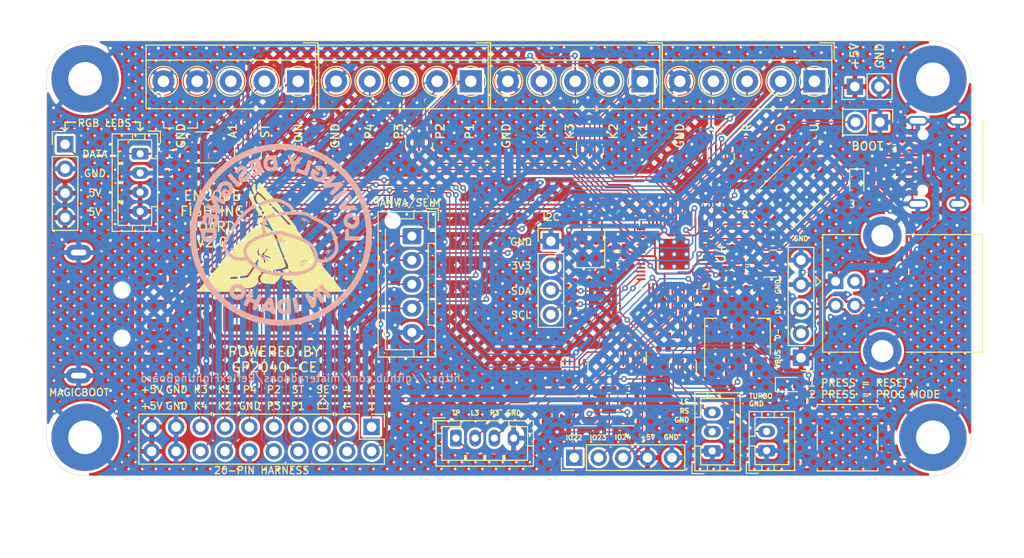
<source format=kicad_pcb>
(kicad_pcb (version 20221018) (generator pcbnew)
  (layers (0 "F.Cu" signal) (1 "In1.Cu" power) (2 "In2.Cu" power) (31 "B.Cu" signal) (34 "B.Paste" user) (35 "F.Paste" user) (36 "B.SilkS" user "B.Silkscreen") (37 "F.SilkS" user "F.Silkscreen") (38 "B.Mask" user) (39 "F.Mask" user) (44 "Edge.Cuts" user))
  (net 0 "")
  (net 1 "GND")
  (net 2 "/UP")
  (net 3 "/DOWN")
  (net 4 "/RIGHT")
  (net 5 "/LEFT")
  (net 6 "/SELECT")
  (net 7 "/HOME")
  (net 8 "/START")
  (net 9 "/1P")
  (net 10 "/2P")
  (net 11 "/3P")
  (net 12 "/4P")
  (net 13 "/1K")
  (net 14 "/2K")
  (net 15 "/3K")
  (net 16 "/4K")
  (net 17 "/TP")
  (net 18 "/LSB")
  (net 19 "/RSB")
  (net 20 "/SDA")
  (net 21 "/SCL")
  (net 22 "/RS_TOGGLE")
  (net 23 "/LS_TOGGLE")
  (net 24 "/TURBO")
  (net 25 "/RUN")
  (net 26 "/RGB")
  (net 27 "/RGB_DATA_5V")
  (net 28 "/SWDIO")
  (net 29 "/SWCLK")
  (net 30 "Net-(C3-Pad2)")
  (net 31 "/XIN")
  (net 32 "+3V3")
  (net 33 "+1V1")
  (net 34 "/VBUS")
  (net 35 "Net-(J1-Pin_1)")
  (net 36 "/~{USB_BOOT}")
  (net 37 "/GPIO24")
  (net 38 "/QSPI_SS")
  (net 39 "/XOUT")
  (net 40 "/USB_D+")
  (net 41 "/DR_+")
  (net 42 "/USB_D-")
  (net 43 "/DR_-")
  (net 44 "Net-(D2-A)")
  (net 45 "/QSPI_SD3")
  (net 46 "/QSPI_SCLK")
  (net 47 "/QSPI_SD0")
  (net 48 "/QSPI_SD2")
  (net 49 "/QSPI_SD1")
  (net 50 "Net-(J15-CC1)")
  (net 52 "Net-(J15-CC2)")
  (net 57 "+5V")
  (net 58 "/GPIO22_5V")
  (net 59 "/GPIO23_5V")
  (net 60 "/GPIO22_3V3")
  (net 61 "/GPIO23_3V3")
  (net 62 "Net-(D3-A)")
  (net 63 "Net-(U4-GPIO25)")
  (net 64 "/DONGLE_D-")
  (net 65 "/DONGLE_D+")
  (footprint "Resistor_SMD:R_0402_1005Metric" (layer "F.Cu") (at 116.3 91 180)
    (fp_text reference "R5")
    (fp_text value "330R")
  )
  (footprint "Package_TO_SOT_SMD:SOT-23-5" (layer "F.Cu") (at 119.7 90.3224 180)
    (fp_text reference "U2" hide)
    (fp_text value "SN74LV1T34DBV" hide)
  )
  (footprint "Capacitor_SMD:C_0402_1005Metric" (layer "F.Cu") (at 116.3 93)
    (fp_text reference "C1")
    (fp_text value "100n")
  )
  (footprint "Resistor_SMD:R_0402_1005Metric" (layer "F.Cu") (at 158.225 107.16 90)
    (fp_text reference "R6")
    (fp_text value "4K7")
  )
  (footprint "Resistor_SMD:R_0402_1005Metric" (layer "F.Cu") (at 158.225 104.7 -90)
    (fp_text reference "R7")
    (fp_text value "4K7")
  )
  (footprint "Connector_PinHeader_2.54mm:PinHeader_2x10_P2.54mm_Vertical" (layer "F.Cu") (at 137.16 119.38 -90)
    (fp_text reference "J2" hide)
    (fp_text value "Conn_02x10_Odd_Even" hide)
  )
  (footprint "Connector_JST:JST_PH_B4B-PH-K_1x04_P2.00mm_Vertical" (layer "F.Cu") (at 113.1 90.9828 -90)
    (fp_text reference "J1" hide)
    (fp_text value "Conn_01x04_Male")
  )
  (footprint "Connector_JST:JST_PH_B2B-PH-K_1x02_P2.00mm_Vertical" (layer "F.Cu") (at 178.225 121.85 90)
    (fp_text reference "J3")
    (fp_text value "Conn_01x02")
  )
  (footprint "TerminalBlock_MetzConnect:TerminalBlock_MetzConnect_Type059_RT06305HBWC_1x05_P3.50mm_Horizontal" (layer "F.Cu") (at 165.325 83.45 180)
    (fp_text reference "J5" hide)
    (fp_text value "ST01x05")
  )
  (footprint "TerminalBlock_MetzConnect:TerminalBlock_MetzConnect_Type059_RT06305HBWC_1x05_P3.50mm_Horizontal" (layer "F.Cu") (at 147.475 83.45 180)
    (fp_text reference "J6" hide)
    (fp_text value "ST01x05")
  )
  (footprint "TerminalBlock_MetzConnect:TerminalBlock_MetzConnect_Type059_RT06305HBWC_1x05_P3.50mm_Horizontal" (layer "F.Cu") (at 129.525 83.45 180)
    (fp_text reference "J7" hide)
    (fp_text value "ST01x05")
  )
  (footprint "TerminalBlock_MetzConnect:TerminalBlock_MetzConnect_Type059_RT06305HBWC_1x05_P3.50mm_Horizontal" (layer "F.Cu") (at 183.2 83.45 180)
    (fp_text reference "J8" hide)
    (fp_text value "ST01x05")
  )
  (footprint "MountingHole:MountingHole_3.5mm_Pad" (layer "F.Cu") (at 107.378 83.2)
    (fp_text reference "H1")
    (fp_text value "MountingHole")
  )
  (footprint "MountingHole:MountingHole_3.5mm_Pad" (layer "F.Cu") (at 107.378 120.46)
    (fp_text reference "H3")
    (fp_text value "MountingHole")
  )
  (footprint "MountingHole:MountingHole_3.5mm_Pad" (layer "F.Cu") (at 195.517 120.46)
    (fp_text reference "H4")
    (fp_text value "MountingHole")
  )
  (footprint "MountingHole:MountingHole_3.5mm_Pad" (layer "F.Cu") (at 195.517 83.248)
    (fp_text reference "H2")
    (fp_text value "MountingHole")
  )
  (footprint "Capacitor_SMD:C_0402_1005Metric" (layer "F.Cu") (at 162.83 102.6 180)
    (fp_text reference "C9")
    (fp_text value "100n")
  )
  (footprint "Package_DFN_QFN:UDFN-10_1.35x2.6mm_P0.5mm" (layer "F.Cu") (at 169.52 113.18 90)
    (fp_text reference "U9")
    (fp_text value "TVS_RCLAMP0524P-N")
  )
  (footprint "Connector_PinHeader_2.54mm:PinHeader_1x02_P2.54mm_Vertical" (layer "F.Cu") (at 187.4 84.001952 90)
    (fp_text reference "J20")
    (fp_text value "Conn_01x02")
  )
  (footprint "Resistor_SMD:R_0402_1005Metric" (layer "F.Cu") (at 173 96.3 -90)
    (fp_text reference "R15")
    (fp_text value "10K")
  )
  (footprint "VideoGames:USB2_A_HOR_C42425" (layer "F.Cu") (at 116.3125 107.65 -90)
    (fp_text reference "J9")
    (fp_text value "USB_A")
  )
  (footprint "Connector_JST:JST_PH_B4B-PH-K_1x04_P2.00mm_Vertical" (layer "F.Cu") (at 145.925 120.55)
    (fp_text reference "J21")
    (fp_text value "Brook 4P Header")
  )
  (footprint "Connector_JST:JST_PH_B3B-PH-K_1x03_P2.00mm_Vertical" (layer "F.Cu") (at 172.575 121.875 90)
    (fp_text reference "J11")
    (fp_text value "Conn_01x03")
  )
  (footprint "Connector_PinHeader_2.54mm:PinHeader_1x02_P2.54mm_Vertical" (layer "F.Cu") (at 190 87.7 -90)
    (fp_text reference "J14")
    (fp_text value "Conn_01x02")
  )
  (footprint "Resistor_SMD:R_0402_1005Metric" (layer "F.Cu") (at 156.3 118.2 90)
    (fp_text reference "R4")
    (fp_text value "10K")
  )
  (footprint "Capacitor_SMD:C_0402_1005Metric" (layer "F.Cu") (at 174.2 100.7)
    (fp_text reference "C8")
    (fp_text value "100n")
  )
  (footprint "Package_DFN_QFN:UDFN-10_1.35x2.6mm_P0.5mm" (layer "F.Cu") (at 164.32 112.25 90)
    (fp_text reference "U11")
    (fp_text value "TVS_RCLAMP0524P-N")
  )
  (footprint "Capacitor_SMD:C_0402_1005Metric" (layer "F.Cu") (at 167.46 106.66 -90)
    (fp_text reference "C11")
    (fp_text value "100n")
  )
  (footprint "Resistor_SMD:R_0402_1005Metric" (layer "F.Cu") (at 176.2 102.11 180)
    (fp_text reference "R18")
    (fp_text value "27")
  )
  (footprint "Resistor_SMD:R_0402_1005Metric" (layer "F.Cu") (at 163.8 115.45)
    (fp_text reference "R3")
    (fp_text value "10K")
  )
  (footprint "Connector_USB:USB_B_Lumberg_2411_02_Horizontal" (layer "F.Cu") (at 185.4 104.25)
    (fp_text reference "J16")
    (fp_text value "USB_B")
  )
  (footprint "Package_DFN_QFN:UDFN-10_1.35x2.6mm_P0.5mm" (layer "F.Cu") (at 159.86 90.39 -90)
    (fp_text reference "U7")
    (fp_text value "TVS_RCLAMP0524P-N")
  )
  (footprint "LED_SMD:LED_0402_1005Metric" (layer "F.Cu") (at 167.51 111.25)
    (fp_text reference "D2")
    (fp_text value "LED 0402 YELLOW")
  )
  (footprint "Connector_PinHeader_2.54mm:PinHeader_1x04_P2.54mm_Vertical" (layer "F.Cu") (at 105.3 90)
    (fp_text reference "J19")
    (fp_text value "Conn_01x04_Male")
  )
  (footprint "Package_TO_SOT_SMD:SOT-223-3_TabPin2" (layer "F.Cu") (at 175.2 110 90)
    (fp_text reference "U3")
    (fp_text value "AMS1117-3.3")
  )
  (footprint "VideoGames_KiCad6:SOIC127P790X216-8N" (layer "F.Cu") (at 180.9 95 45)
    (fp_text reference "FLASH1")
    (fp_text value "W25Q16")
  )
  (footprint "Package_TO_SOT_SMD:SOT-23" (layer "F.Cu") (at 162.8 117.7 180)
    (fp_text reference "Q2")
    (fp_text value "BSS138")
  )
  (footprint "Connector_PinHeader_2.54mm:PinHeader_1x05_P2.54mm_Vertical" (layer "F.Cu") (at 158.225 122.575 90)
    (fp_text reference "J22")
    (fp_text value "Conn_01x05")
  )
  (footprint "VideoGames_KiCad6:RP2040-QFN-56" (layer "F.Cu") (at 168.62 101.43 -90)
    (fp_text reference "U4")
    (fp_text value "RP2040")
  )
  (footprint "Capacitor_SMD:C_0402_1005Metric" (layer "F.Cu") (at 174.1 96.3 90)
    (fp_text reference "R14")
    (fp_text value "1K")
  )
  (footprint "Resistor_SMD:R_0402_1005Metric" (layer "F.Cu") (at 191.41 93)
    (fp_text reference "R21")
    (fp_text value "5K1")
  )
  (footprint "Resistor_SMD:R_0402_1005Metric" (layer "F.Cu") (at 161.85 114.4 180)
    (fp_text reference "R2")
    (fp_text value "10K")
  )
  (footprint "Resistor_SMD:R_0402_1005Metric" (layer "F.Cu") (at 161.85 115.45)
    (fp_text reference "R8")
    (fp_text value "10K")
  )
  (footprint "Crystal:Crystal_SMD_SeikoEpson_TSX3225-4Pin_3.2x2.5mm" (layer "F.Cu") (at 159.825 100.825 90)
    (fp_text reference "Y1")
    (fp_text value "Crystal_GND24_Small")
  )
  (footprint "Capacitor_SMD:C_0402_1005Metric" (layer "F.Cu") (at 176.6 105)
    (fp_text reference "C7")
    (fp_text value "10u")
  )
  (footprint "Connector_PinHeader_2.54mm:PinHeader_1x04_P2.54mm_Vertical" (layer "F.Cu") (at 155.8 100.075)
    (fp_text reference "J10")
    (fp_text value "Conn_01x04_Male")
  )
  (footprint "VideoGames:Reflex_Copper_20mm" (layer "F.Cu") (at 122.018816 107.847848)
    (fp_text reference "Ref**" hide)
    (fp_text value "Val**" hide)
  )
  (footprint "Package_DFN_QFN:UDFN-10_1.35x2.6mm_P0.5mm" (layer "F.Cu") (at 173.46 90.935 -90)
    (fp_text reference "U1")
    (fp_text value "TVS_RCLAMP0524P-N")
  )
  (footprint "Diode_SMD:D_0603_1608Metric" (layer "F.Cu") (at 180.625 114.975)
    (fp_text reference "D1")
    (fp_text value "type=\"D\" model=\"SCHOTTKY DIODE\" lib=\"\"")
  )
  (footprint "Resistor_SMD:R_0402_1005Metric" (layer "F.Cu") (at 168.53 109.86)
    (fp_text reference "R10")
    (fp_text value "470R")
  )
  (footprint "Resistor_SMD:R_0402_1005Metric" (layer "F.Cu") (at 176.2 103.11 180)
    (fp_text reference "R19")
    (fp_text value "27")
  )
  (footprint "Capacitor_SMD:C_0402_1005Metric" (layer "F.Cu") (at 167.4 96.3 90)
    (fp_text reference "C15")
    (fp_text value "100n")
  )
  (footprint "Package_DFN_QFN:UDFN-10_1.35x2.6mm_P0.5mm" (layer "F.Cu") (at 142.1 89.865 -90)
    (fp_text reference "U6")
    (fp_text value "TVS_RCLAMP0524P-N")
  )
  (footprint "Resistor_SMD:R_0402_1005Metric" (layer "F.Cu") (at 191.5 90.4)
    (fp_text reference "R22")
    (fp_text value "5K1")
  )
  (footprint "Capacitor_SMD:C_0402_1005Metric" (layer "F.Cu") (at 171.9 96.3 90)
    (fp_text reference "C14")
    (fp_text value "100n")
  )
  (footprint "Package_TO_SOT_SMD:SOT-23" (layer "F.Cu") (at 158.85 117.7 180)
    (fp_text reference "Q1")
    (fp_text value "BSS138")
  )
  (footprint "Package_DFN_QFN:UDFN-10_1.35x2.6mm_P0.5mm" (layer "F.Cu") (at 124.3 90.8 -90)
    (fp_text reference "U5")
    (fp_text value "TVS_RCLAMP0524P-N")
  )
  (footprint "Capacitor_SMD:C_0402_1005Metric" (layer "F.Cu") (at 173.94 104.535062)
    (fp_text reference "C12")
    (fp_text value "1u")
  )
  (footprint "Capacitor_SMD:C_0402_1005Metric" (layer "F.Cu") (at 174 103.5)
    (fp_text reference "C10")
    (fp_text value "1u")
  )
  (footprint "LED_SMD:LED_0603_1608Metric" (layer "F.Cu") (at 187.6 94.06 -90)
    (fp_text reference "D3")
    (fp_text value "LED")
  )
  (footprint "VideoGames_KiCad6:SW_SPST_6x6_C499305_C499302" (layer "F.Cu") (at 186.640658 120.5)
    (fp_text reference "SW1")
    (fp_text value "SW_Push")
  )
  (footprint "Capacitor_SMD:C_0402_1005Metric" (layer "F.Cu") (at 183.6 89.6 45)
    (fp_text reference "C5")
    (fp_text value "100n")
  )
  (footprint "VideoGames_KiCad6:Reflex_Encode-Kung_Fu-Silk-15mm" (layer "F.Cu") (at 126.453026 104.315098)
    (fp_text reference "Ref**" hide)
    (fp_text value "Val**" hide)
  )
  (footprint "Connector_JST:JST_XH_B5B-XH-AM_1x05_P2.50mm_Vertical" (layer "F.Cu") (at 141.35 99.55 -90)
    (fp_text reference "J17")
    (fp_text value "SANWA")
  )
  (footprint "Capacitor_SMD:C_0402_1005Metric" (layer "F.Cu") (at 180.325 116.3)
    (fp_text reference "C6")
    (fp_text value "10u")
  )
  (footprint "Package_DFN_QFN:UDFN-10_1.35x2.6mm_P0.5mm" (layer "F.Cu") (at 158.25 113.17 90)
    (fp_text reference "U8")
    (fp_text value "TVS_RCLAMP0524P-N")
  )
  (footprint "Capacitor_SMD:C_0402_1005Metric" (layer "F.Cu") (at 159.825 98.175 180)
    (fp_text reference "C4")
    (fp_text value "27p")
  )
  (footprint "Capacitor_SMD:C_0402_1005Metric" (layer "F.Cu") (at 159.825 103.45)
    (fp_text reference "C3")
    (fp_text value "27p")
  )
  (footprint "Resistor_SMD:R_0402_1005Metric" (layer "F.Cu") (at 162.92 100.65 180)
    (fp_text reference "R16")
    (fp_text value "1K")
  )
  (footprint "VideoGames:USB_Type_C_C167321" (layer "F.Cu") (at 193.943337 91.874 90)
    (fp_text reference "J15")
    (fp_text value "USB_C_Receptacle")
  )
  (footprint "Package_DFN_QFN:UDFN-10_1.35x2.6mm_P0.5mm" (layer "F.Cu") (at 178.6 102.4)
    (fp_text reference "U10")
    (fp_text value "TVS_RCLAMP0524P-N")
  )
  (footprint "Capacitor_SMD:C_0402_1005Metric" (layer "F.Cu") (at 162.93 101.63 180)
    (fp_text reference "C17")
    (fp_text value "10u")
  )
  (footprint "Resistor_SMD:R_0402_1005Metric" (layer "F.Cu") (at 187.09 96.19 180)
    (fp_text reference "R9")
    (fp_text value "2K2")
  )
  (footprint "Connector_PinHeader_2.54mm:PinHeader_1x05_P2.54mm_Vertical" (layer "F.Cu") (at 181.8 112.2 180)
    (fp_text reference "J24")
    (fp_text value "Conn_01x05")
  )
  (footprint "Capacitor_SMD:C_0402_1005Metric" (layer "F.Cu") (at 173.9 101.7)
    (fp_text reference "C13")
    (fp_text value "100n")
  )
  (footprint "Capacitor_SMD:C_0402_1005Metric" (layer "F.Cu") (at 171.1 106.6 -90)
    (fp_text reference "C16")
    (fp_text value "100n")
  )
  (footprint "VideoGames_KiCad6:Idaho_M" (layer "B.Cu") (at 126.3 104.4 180)
    (fp_text reference "Ref**" hide)
    (fp_text value "Val**" hide)
  )
  (gr_line (start 119.05 87.711623) (end 119.05 88.311623) (stroke (width 0.12)) (layer "F.SilkS"))
  (gr_line (start 106.4 87.7) (end 105.3 87.7) (stroke (width 0.15)) (layer "F.SilkS"))
  (gr_line (start 113.1 88.6) (end 113.4 88.3) (stroke (width 0.15)) (layer "F.SilkS"))
  (gr_line (start 112.8 88.3) (end 113.1 88.6) (stroke (width 0.15)) (layer "F.SilkS"))
  (gr_line (start 132.1 116.4) (end 132.7 117) (stroke (width 0.12)) (layer "F.SilkS"))
  (gr_line (start 131.6 117) (end 131.6 117.5) (stroke (width 0.12)) (layer "F.SilkS"))
  (gr_line (start 105.3 87.7) (end 105.3 88.6) (stroke (width 0.15)) (layer "F.SilkS"))
  (gr_line (start 119.05 88.311623) (end 118.025 88.311623) (stroke (width 0.12)) (layer "F.SilkS"))
  (gr_line (start 105.3 88.6) (end 105.6 88.3) (stroke (width 0.15)) (layer "F.SilkS"))
  (gr_line (start 113.1 87.7) (end 112.3 87.7) (stroke (width 0.15)) (layer "F.SilkS"))
  (gr_line (start 105 88.3) (end 105.3 88.6) (stroke (width 0.15)) (layer "F.SilkS"))
  (gr_line (start 132.6 117.5) (end 132.6 116.9) (stroke (width 0.12)) (layer "F.SilkS"))
  (gr_line (start 113.1 87.7) (end 113.1 88.6) (stroke (width 0.15)) (layer "F.SilkS"))
  (gr_line (start 115.55 87.711623) (end 115.55 88.311623) (stroke (width 0.12)) (layer "F.SilkS"))
  (gr_line (start 132.1 116.4) (end 131.5 117) (stroke (width 0.12)) (layer "F.SilkS"))
  (gr_line (start 131.6 117.5) (end 132.6 117.5) (stroke (width 0.12)) (layer "F.SilkS"))
  (gr_line (start 131.6 117) (end 131.6 116.9) (stroke (width 0.12)) (layer "F.SilkS"))
  (gr_line (start 116.575 88.311623) (end 115.55 88.311623) (stroke (width 0.12)) (layer "F.SilkS"))
  (gr_arc (start 107.442 124.46) (mid 104.568318 123.269682) (end 103.378 120.396) (stroke (width 0.05)) (layer "Edge.Cuts"))
  (gr_line (start 103.378 120.396) (end 103.378 83.439) (stroke (width 0.05)) (layer "Edge.Cuts"))
  (gr_line (start 195.453 124.46) (end 107.442 124.46) (stroke (width 0.05)) (layer "Edge.Cuts"))
  (gr_line (start 107.315 79.248) (end 195.707 79.248) (stroke (width 0.05)) (layer "Edge.Cuts"))
  (gr_arc (start 103.378 83.439) (mid 104.478515 80.528121) (end 107.315 79.248) (stroke (width 0.05)) (layer "Edge.Cuts"))
  (gr_arc (start 195.707 79.248) (mid 198.506287 80.617923) (end 199.517 83.566) (stroke (width 0.05)) (layer "Edge.Cuts"))
  (gr_line (start 199.517 83.566) (end 199.517 120.396) (stroke (width 0.05)) (layer "Edge.Cuts"))
  (gr_arc (start 199.517 120.396) (mid 198.326682 123.269682) (end 195.453 124.46) (stroke (width 0.05)) (layer "Edge.Cuts"))
  (gr_text "https://github.com/misteraddons/ReflexFightingBoard" (at 129.77 114.31) (layer "B.SilkS") (effects (font (size 0.8 0.8) (thickness 0.125)) (justify mirror)))
  (gr_text "ST" (at 126.09 88.634082 90) (layer "F.SilkS") (effects (font (size 0.85 0.85))))
  (gr_text "COIN" (at 129.57 89.2 90) (layer "F.SilkS") (effects (font (size 0.75 0.75))))
  (gr_text "SDA" (at 152.7 105.253272) (layer "F.SilkS") (effects (font (size 0.75 0.75) (thickness 0.125))))
  (gr_text "I2C" (at 155.825 97.575) (layer "F.SilkS") (effects (font (size 0.75 0.75) (thickness 0.125))))
  (gr_text "U" (at 183.2 88.269796 90) (layer "F.SilkS") (effects (font (size 0.85 0.85))))
  (gr_text "D" (at 179.691828 88.249558 90) (layer "F.SilkS") (effects (font (size 0.85 0.85))))
  (gr_text "K4" (at 154.843 88.65432 90) (layer "F.SilkS") (effects (font (size 0.85 0.85))))
  (gr_text "3V3" (at 152.7 102.625) (layer "F.SilkS") (effects (font (size 0.75 0.75) (thickness 0.125))))
  (gr_text "ENCODE\nFIGHTING\nBOARD\nV2.0" (at 120.575 97.775) (layer "F.SilkS") (effects (font (size 1 1))))
  (gr_text "5V" (at 108.4 97.028) (layer "F.SilkS") (effects (font (size 0.75 0.75) (thickness 0.125))))
  (gr_text "P1" (at 129.5 117.2) (layer "F.SilkS") (effects (font (size 0.75 0.75) (thickness 0.125))))
  (gr_text "SCL" (at 152.7 107.742947) (layer "F.SilkS") (effects (font (size 0.75 0.75) (thickness 0.125))))
  (gr_text "GND" (at 124.5 117.2) (layer "F.SilkS") (effects (font (size 0.75 0.75) (thickness 0.125))))
  (gr_text "BOOT" (at 188.7 90.2) (layer "F.SilkS") (effects (font (size 0.85 0.85))))
  (gr_text "+5V" (at 114.3 115.5) (layer "F.SilkS") (effects (font (size 0.75 0.75) (thickness 0.125))))
  (gr_text "SE" (at 132.1 115.5) (layer "F.SilkS") (effects (font (size 0.75 0.75) (thickness 0.125))))
  (gr_text "R3" (at 149.95 117.925) (layer "F.SilkS") (effects (font (size 0.5 0.5) (thickness 0.125))))
  (gr_text "P1" (at 147.35 88.65432 90) (layer "F.SilkS") (effects (font (size 0.85 0.85))))
  (gr_text "GND" (at 189.957909 80.8 90) (layer "F.SilkS") (effects (font (size 0.85 0.85))))
  (gr_text "D+" (at 179.4 107.1 90) (layer "F.SilkS") (effects (font (size 0.5 0.5) (thickness 0.125))))
  (gr_text "20-PIN HARNESS" (at 125.73 123.9) (layer "F.SilkS") (effects (font (size 0.75 0.75) (thickness 0.125))))
  (gr_text "IO24" (at 163.3 120.45) (layer "F.SilkS") (effects (font (size 0.5 0.5) (thickness 0.125))))
  (gr_text "GND" (at 151.16 89.119796 90) (layer "F.SilkS") (effects (font (size 0.85 0.85))))
  (gr_text "TP" (at 145.95 117.925) (layer "F.SilkS") (effects (font (size 0.5 0.5) (thickness 0.125))))
  (gr_text "→" (at 134.6 115.5) (layer "F.SilkS") (effects (font (size 1 1) (thickness 0.125))))
  (gr_text "←" (at 134.6 117.2) (layer "F.SilkS") (effects (font (size 1 1) (thickness 0.125))))
  (gr_text "R" (at 176.2 88.288844 90) (layer "F.SilkS") (effects (font (size 0.85 0.85))))
  (gr_text "+5V" (at 114.3 117.2) (layer "F.SilkS") (effects (font (size 0.75 0.75) (thickness 0.125))))
  (gr_text "MAGICBOOT" (at 106.75 115.8) (layer "F.SilkS") (effects (font (size 0.75 0.75) (thickness 0.125))))
  (gr_text "RGB LEDS" (at 109.395347 87.8) (layer "F.SilkS") (effects (font (size 0.75 0.75) (thickness 0.125))))
  (gr_text "SANWA/SEIM" (at 140.825 96.075) (layer "F.SilkS") (effects (font (size 0.75 0.75) (thickness 0.125))))
  (gr_text "LS" (at 169.725 116.775) (layer "F.SilkS") (effects (font (size 0.5 0.5) (thickness 0.125))))
  (gr_text "GND" (at 152.7 100.15) (layer "F.SilkS") (effects (font (size 0.75 0.75) (thickness 0.125))))
  (gr_text "L" (at 172.7 88.338844 90) (layer "F.SilkS") (effects (font (size 0.85 0.85))))
  (gr_text "ST" (at 129.5 115.5) (layer "F.SilkS") (effects (font (size 0.75 0.75) (thickness 0.125))))
  (gr_text "GND" (at 117.35 89.119796 90) (layer "F.SilkS") (effects (font (size 0.85 0.85))))
  (gr_text "K3" (at 157.759211 88.65432 90) (layer "F.SilkS") (effects (font (size 0.85 0.85))))
  (gr_text "RS" (at 169.677381 117.725) (layer "F.SilkS") (effects (font (size 0.5 0.5) (thickness 0.125))))
  (gr_text "+5V" (at 187.373477 80.777129 90) (layer "F.SilkS") (effects (font (size 0.85 0.85))))
  (gr_text "POWERED BY\nGP2040-CE" (at 127.05 112.375) (layer "F.SilkS") (effects (font (size 1 1))))
  (gr_text "P4" (at 124.5 115.5) (layer "F.SilkS") (effects (font (size 0.75 0.75) (thickness 0.125))))
  (gr_text "GND" (at 169.403571 118.65) (layer "F.SilkS") (effects (font (size 0.5 0.5) (thickness 0.125))))
  (gr_text "K2" (at 121.9 117.2) (layer "F.SilkS") (effects (font (size 0.75 0.75) (thickness 0.125))))
  (gr_text "GND" (at 151.925 117.925) (layer "F.SilkS") (effects (font (size 0.5 0.5) (thickness 0.125))))
  (gr_text "1 PRESS = RESET\n2 PRESS = PROG MODE" (at 182.526073 115.4) (layer "F.SilkS") (effects (font (size 0.75 0.75) (thickness 0.125)) (justify left)))
  (gr_text "A1" (at 122.702 88.593606 90) (layer "F.SilkS") (effects (font (size 0.85 0.85))))
  (gr_text "P3" (at 139.985471 88.65432 90) (layer "F.SilkS") (effects (font (size 0.85 0.85))))
  (gr_text "+5V" (at 165.85 120.45) (layer "F.SilkS") (effects (font (size 0.5 0.5) (thickness 0.125))))
  (gr_text "P3" (at 127 117.2) (layer "F.SilkS") (effects (font (size 0.75 0.75) (thickness 0.125))))
  (gr_text "D-" (at 179.4 109.7 90) (layer "F.SilkS") (effects (font (size 0.5 0.5) (thickness 0.125))))
  (gr_text "P2" (at 144.293536 88.65432 90) (layer "F.SilkS") (effects (font (size 0.85 0.85))))
  (gr_text "P2" (at 127 115.5) (layer "F.SilkS") (effects (font (size 0.75 0.75) (thickness 0.125))))
  (gr_text "TURBO\nGND" (at 176.325 116.575) (layer "F.SilkS") (effects (font (size 0.5 0.5) (thickness 0.125)) (justify left)))
  (gr_text "GND" (at 116.9 115.5) (layer "F.SilkS") (effects (font (size 0.75 0.75) (thickness 0.125))))
  (gr_text "IO22" (at 158.2 120.5) (layer "F.SilkS") (effects (font (size 0.5 0.5) (thickness 0.125))))
  (gr_text "GND" (at 108.4 93.0148) (layer "F.SilkS") (effects (font (size 0.75 0.75) (thickness 0.125))))
  (gr_text "↑" (at 137.2 115.5) (layer "F.SilkS") (effects (font (size 1 1) (thickness 0.125))))
  (gr_text "GND" (at 133.38 89.119796 90) (layer "F.SilkS") (effects (font (size 0.85 0.85))))
  (gr_text "\nDATA" (at 108.4 90.424) (layer "F.SilkS") (effects (font (size 0.75 0.75) (thickness 0.125))))
  (gr_text "↓" (at 137.2 117.2) (layer "F.SilkS") (effects (font (size 1 1) (thickness 0.125))))
  (gr_text "VBUS" (at 179.4 112.3 90) (layer "F.SilkS") (effects (font (size 0.5 0.5) (thickness 0.125))))
  (gr_text "K3" (at 119.4 115.5) (layer "F.SilkS") (effects (font (size 0.75 0.75) (thickness 0.125))))
  (gr_text "IO23" (at 160.7 120.5) (layer "F.SilkS") (effects (font (size 0.5 0.5) (thickness 0.125))))
  (gr_text "K1" (at 165.364154 88.65432 90) (layer "F.SilkS") (effects (font (size 0.85 0.85))))
  (gr_text "5V" (at 108.4 95.0468) (layer "F.SilkS") (effects (font (size 0.75 0.75) (thickness 0.125))))
  (gr_text "P4" (at 136.936 88.65432 90) (layer "F.SilkS") (effects (font (size 0.85 0.85))))
  (gr_text "GND" (at 169.2 89.119796 90) (layer "F.SilkS") (effects (font (size 0.85 0.85))))
  (gr_text "GND" (at 168.3 120.45) (layer "F.SilkS") (effects (font (size 0.5 0.5) (thickness 0.125))))
  (gr_text "K4" (at 119.4 117.2) (layer "F.SilkS") (effects (font (size 0.75 0.75) (thickness 0.125))))
  (gr_text "GND" (at 116.9 117.2) (layer "F.SilkS") (effects (font (size 0.75 0.75) (thickness 0.125))))
  (gr_text "K1" (at 121.9 115.5) (layer "F.SilkS") (effects (font (size 0.75 0.75) (thickness 0.125))))
  (gr_text "K2" (at 162.314135 88.65432 90) (layer "F.SilkS") (effects (font (size 0.85 0.85))))
  (gr_text "GND" (at 181.8 99.8) (layer "F.SilkS") (effects (font (size 0.5 0.5) (thickness 0.125))))
  (gr_text "GND" (at 179.4 104.8 90) (layer "F.SilkS") (effects (font (size 0.5 0.5) (thickness 0.125))))
  (gr_text "L3" (at 147.9 117.925) (layer "F.SilkS") (effects (font (size 0.5 0.5) (thickness 0.125))))
  (segment (start 184.3 88.8) (end 184.3 88.9) (width 0.15) (layer "F.Cu") (net 1))
  (segment (start 159.025 102.775) (end 159.025 101.925) (width 0.15) (layer "F.Cu") (net 1))
  (segment (start 190.2 90.5405) (end 190.3405 90.4) (width 0.2) (layer "F.Cu") (net 1))
  (segment (start 162.45 101.63) (end 162.23 101.63) (width 0.2) (layer "F.Cu") (net 1))
  (segment (start 190.9 93) (end 190.9 92.495887) (width 0.15) (layer "F.Cu") (net 1))
  (segment (start 142.1 89.375) (end 142.1 88.6) (width 0.15) (layer "F.Cu") (net 1))
  (segment (start 180.114487 102.4) (end 178.075 102.4) (width 0.15) (layer "F.Cu") (net 1))
  (segment (start 159.2 103.305) (end 159.345 103.45) (width 0.2) (layer "F.Cu") (net 1))
  (segment (start 179.697918 98.902082) (end 179.697918 98.896158) (width 0.15) (layer "F.Cu") (net 1))
  (segment (start 162.26 102.6) (end 161.76 102.1) (width 0.2) (layer "F.Cu") (net 1))
  (segment (start 173.54 89.43) (end 173.46 89.51) (width 0.15) (layer "F.Cu") (net 1))
  (segment (start 115.82 93) (end 113.1172 93) (width 0.5) (layer "F.Cu") (net 1))
  (segment (start 177.783011 105) (end 177.08 105) (width 0.15) (layer "F.Cu") (net 1))
  (segment (start 174.9 104.055062) (end 174.42 104.535062) (width 0.2) (layer "F.Cu") (net 1))
  (segment (start 190.615658 122.75) (end 193.227 122.75) (width 0.15) (layer "F.Cu") (net 1))
  (segment (start 159.86 87.740011) (end 159.86 90.915) (width 0.15) (layer "F.Cu") (net 1))
  (segment (start 116.075 111.15) (end 114.838391 111.15) (width 0.25) (layer "F.Cu") (net 1))
  (segment (start 190.9 92.495887) (end 190.593613 92.1895) (width 0.15) (layer "F.Cu") (net 1))
  (segment (start 174.9 104) (end 174.9 103.92) (width 0.2) (layer "F.Cu") (net 1))
  (segment (start 158.25 113.695) (end 158.25 111.8) (width 0.15) (layer "F.Cu") (net 1))
  (segment (start 193.227 122.75) (end 195.517 120.46) (width 0.15) (layer "F.Cu") (net 1))
  (segment (start 180.805 116.3) (end 181.35 116.3) (width 0.15) (layer "F.Cu") (net 1))
  (segment (start 167.46 107.65) (end 167.46 107.14) (width 0.2) (layer "F.Cu") (net 1))
  (segment (start 171.85 113.15) (end 172.9 113.15) (width 0.75) (layer "F.Cu") (net 1))
  (segment (start 164.32 113.43) (end 164.32 111.725) (width 0.15) (layer "F.Cu") (net 1))
  (segment (start 177.8 104.983011) (end 177.783011 105) (width 0.15) (layer "F.Cu") (net 1))
  (segment (start 175.1 101.4) (end 174.8 101.7) (width 0.2) (layer "F.Cu") (net 1))
  (segment (start 124.3 90.275) (end 124.3 91.325) (width 0.15) (layer "F.Cu") (net 1))
  (segment (start 121.7724 89.3724) (end 121.8 89.4) (width 0.5) (layer "F.Cu") (net 1))
  (segment (start 167.080537 95.53364) (end 167.11364 95.53364) (width 0.15) (layer "F.Cu") (net 1))
  (segment (start 171.9 95.82) (end 171.9 95.1) (width 0.15) (layer "F.Cu") (net 1))
  (segment (start 162.23 101.63) (end 161.76 102.1) (width 0.2) (layer "F.Cu") (net 1))
  (segment (start 193.375729 95.635) (end 193.925729 96.185) (width 0.2) (layer "F.Cu") (net 1))
  (segment (start 167.11364 95.53364) (end 167.4 95.82) (width 0.15) (layer "F.Cu") (net 1))
  (segment (start 190.3405 90.4) (end 190.99 90.4) (width 0.2) (layer "F.Cu") (net 1))
  (segment (start 172.9 111.82) (end 172.9 113.15) (width 0.75) (layer "F.Cu") (net 1))
  (segment (start 174.9 103.92) (end 174.48 103.5) (width 0.2) (layer "F.Cu") (net 1))
  (segment (start 124.3 92.18) (end 124.3 91.325) (width 0.15) (layer "F.Cu") (net 1))
  (segment (start 165.992745 100.43) (end 165.997502 100.434757) (width 0.2) (layer "F.Cu") (net 1))
  (segment (start 193.375729 88.815) (end 193.375729 88.095) (width 0.2) (layer "F.Cu") (net 1))
  (segment (start 173.46 89.51) (end 173.46 91.46) (width 0.15) (layer "F.Cu") (net 1))
  (segment (start 193.375729 94.915) (end 193.375729 95.635) (width 0.2) (layer "F.Cu") (net 1))
  (segment (start 158.25 111.8) (end 158.41 111.64) (width 0.15) (layer "F.Cu") (net 1))
  (segment (start 171.1 107.8) (end 171.1 107.08) (width 0.2) (layer "F.Cu") (net 1))
  (segment (start 162.35 102.6) (end 162.26 102.6) (width 0.2) (layer "F.Cu") (net 1))
  (segment (start 167.025 111.884275) (end 166.960264 111.949011) (width 0.15) (layer "F.Cu") (net 1))
  (segment (start 174.8 101.7) (end 174.38 101.7) (width 0.2) (layer "F.Cu") (net 1))
  (segment (start 164.15 113.6) (end 164.32 113.43) (width 0.15) (layer "F.Cu") (net 1))
  (segment (start 159.2 102.95) (end 159.025 102.775) (width 0.15) (layer "F.Cu") (net 1))
  (segment (start 120.8 89.3724) (end 121.7724 89.3724) (width 0.5) (layer "F.Cu") (net 1))
  (segment (start 182.665658 122.75) (end 182.665658 121.535658) (width 0.15) (layer "F.Cu") (net 1))
  (segment (start 160.6 98.175) (end 160.305 98.175) (width 0.2) (layer "F.Cu") (net 1))
  (segment (start 142.1 89.375) (end 142.1 90.425) (width 0.15) (layer "F.Cu") (net 1))
  (segment (start 159.2 102.95) (end 159.2 103.305) (width 0.2) (layer "F.Cu") (net 1))
  (segment (start 180.202048 102.487561) (end 180.114487 102.4) (width 0.15) (layer "F.Cu") (net 1))
  (segment (start 124.32 92.2) (end 124.3 92.18) (width 0.15) (layer "F.Cu") (net 1))
  (segment (start 175.1 101.4) (end 175.1 101.12) (width 0.2) (layer "F.Cu") (net 1))
  (segment (start 161.102344 99.247656) (end 160.625 99.725) (width 0.2) (layer "F.Cu") (net 1))
  (segment (start 184.3 88.9) (end 183.939411 89.260589) (width 0.15) (layer "F.Cu") (net 1))
  (segment (start 187.6 92.58) (end 187.6 93.2725) (width 0.15) (layer "F.Cu") (net 1))
  (segment (start 113.1172 93) (end 113.1 92.9828) (width 0.5) (layer "F.Cu") (net 1))
  (segment (start 161.102344 97.672656) (end 161.102344 99.247656) (width 0.2) (layer "F.Cu") (net 1))
  (segment (start 178.9 99.7) (end 179.697918 98.902082) (width 0.15) (layer "F.Cu") (net 1))
  (segment (start 174.9 104) (end 174.9 104.055062) (width 0.2) (layer "F.Cu") (net 1))
  (segment (start 165.1825 100.43) (end 165.992745 100.43) (width 0.2) (layer "F.Cu") (net 1))
  (segment (start 193.375729 88.095) (end 193.925729 87.545) (width 0.2) (layer "F.Cu") (net 1))
  (segment (start 167.025 111.25) (end 167.025 111.884275) (width 0.15) (layer "F.Cu") (net 1))
  (segment (start 167.31 107.8) (end 167.46 107.65) (width 0.2) (layer "F.Cu") (net 1))
  (segment (start 161.102344 97.672656) (end 160.6 98.175) (width 0.2) (layer "F.Cu") (net 1))
  (segment (start 169.52 112.655) (end 169.52 114.55) (width 0.15) (layer "F.Cu") (net 1))
  (segment (start 159.789989 87.67) (end 159.86 87.740011) (width 0.15) (layer "F.Cu") (net 1))
  (segment (start 175.1 101.12) (end 174.68 100.7) (width 0.2) (layer "F.Cu") (net 1))
  (segment (start 182.665658 121.535658) (end 182.66 121.53) (width 0.15) (layer "F.Cu") (net 1))
  (via (at 110 80) (size 0.6) (drill 0.3) (layers "F.Cu" "B.Cu") (net 1))
  (via (at 182.39 95.49) (size 0.6) (drill 0.3) (layers "F.Cu" "B.Cu") (net 1))
  (via (at 136.55 95.7255) (size 0.6) (drill 0.3) (layers "F.Cu" "B.Cu") (net 1))
  (via (at 196.3 102.8) (size 0.6) (drill 0.3) (layers "F.Cu" "B.Cu") (net 1))
  (via (at 181.15 80.35) (size 0.6) (drill 0.3) (layers "F.Cu" "B.Cu") (net 1))
  (via (at 128.675 95.7255) (size 0.6) (drill 0.3) (layers "F.Cu" "B.Cu") (net 1))
  (via (at 187.6 92.58) (size 0.6) (drill 0.3) (layers "F.Cu" "B.Cu") (net 1))
  (via (at 119.939844 101.689844) (size 0.6) (drill 0.3) (layers "F.Cu" "B.Cu") (net 1))
  (via (at 179.65 95.8) (size 0.6) (drill 0.3) (layers "F.Cu" "B.Cu") (net 1))
  (via (at 173.3 94.2) (size 0.6) (drill 0.3) (layers "F.Cu" "B.Cu") (net 1))
  (via (at 147.55 90.475) (size 0.6) (drill 0.3) (layers "F.Cu" "B.Cu") (net 1))
  (via (at 115 80) (size 0.6) (drill 0.3) (layers "F.Cu" "B.Cu") (net 1))
  (via (at 177.8 104.983011) (size 0.6) (drill 0.3) (layers "F.Cu" "B.Cu") (net 1))
  (via (at 165.997502 100.434757) (size 0.6) (drill 0.3) (layers "F.Cu" "B.Cu") (net 1))
  (via (at 176.09 100.71) (size 0.6) (drill 0.3) (layers "F.Cu" "B.Cu") (net 1))
  (via (at 120 80) (size 0.6) (drill 0.3) (layers "F.Cu" "B.Cu") (net 1))
  (via (at 189.23774 106.1255) (size 0.6) (drill 0.3) (layers "F.Cu" "B.Cu") (net 1))
  (via (at 141.9 114.675) (size 0.6) (drill 0.3) (layers "F.Cu" "B.Cu") (net 1))
  (via (at 151.65 109.675) (size 0.6) (drill 0.3) (layers "F.Cu" "B.Cu") (net 1))
  (via (at 131.04 90.65) (size 0.6) (drill 0.3) (layers "F.Cu" "B.Cu") (net 1))
  (via (at 161.76 102.1) (size 0.6) (drill 0.3) (layers "F.Cu" "B.Cu") (net 1))
  (via (at 142.275 95.7255) (size 0.6) (drill 0.3) (layers "F.Cu" "B.Cu") (net 1))
  (via (at 182 103.31) (size 0.6) (drill 0.3) (layers "F.Cu" "B.Cu") (net 1))
  (via (at 155.225 114.3) (size 0.6) (drill 0.3) (layers "F.Cu" "B.Cu") (net 1))
  (via (at 186.341645 108.094411) (size 0.6) (drill 0.3) (layers "F.Cu" "B.Cu") (net 1))
  (via (at 137.9 112.6) (size 0.6) (drill 0.3) (layers "F.Cu" "B.Cu") (net 1))
  (via (at 184.3 88.8) (size 0.6) (drill 0.3) (layers "F.Cu" "B.Cu") (net 1))
  (via (at 130.975 97.2745) (size 0.6) (drill 0.3) (layers "F.Cu" "B.Cu") (net 1))
  (via (at 124.32 92.2) (size 0.6) (drill 0.3) (layers "F.Cu" "B.Cu") (net 1))
  (via (at 160 80) (size 0.6) (drill 0.3) (layers "F.Cu" "B.Cu") (net 1))
  (via (at 141.875 85.675) (size 0.6) (drill 0.3) (layers "F.Cu" "B.Cu") (net 1))
  (via (at 154.69 94) (size 0.6) (drill 0.3) (layers "F.Cu" "B.Cu") (net 1))
  (via (at 185.925 112.7) (size 0.6) (drill 0.3) (layers "F.Cu" "B.Cu") (net 1))
  (via (at 192.098011 105.848011) (size 0.6) (drill 0.3) (layers "F.Cu" "B.Cu") (net 1))
  (via (at 152.97 89.77) (size 0.6) (drill 0.3) (layers "F.Cu" "B.Cu") (net 1))
  (via (at 182.9755 106.247664) (size 0.6) (drill 0.3) (layers "F.Cu" "B.Cu") (net 1))
  (via (at 193.84526 100.92076) (size 0.6) (drill 0.3) (layers "F.Cu" "B.Cu") (net 1))
  (via (at 115 95) (size 0.6) (drill 0.3) (layers "F.Cu" "B.Cu") (net 1))
  (via (at 130.8 102.225) (size 0.6) (drill 0.3) (layers "F.Cu" "B.Cu") (net 1))
  (via (at 155.36 89.71) (size 0.6) (drill 0.3) (layers "F.Cu" "B.Cu") (net 1))
  (via (at 178.9 99.7) (size 0.6) (drill 0.3) (layers "F.Cu" "B.Cu") (net 1))
  (via (at 150.775 104.475) (size 0.6) (drill 0.3) (layers "F.Cu" "B.Cu") (net 1))
  (via (at 139.6 108.8) (size 0.6) (drill 0.3) (layers "F.Cu" "B.Cu") (net 1))
  (via (at 123.810156 100.010156) (size 0.6) (drill 0.3) (layers "F.Cu" "B.Cu") (net 1))
  (via (at 105.65 104.275) (size 0.6) (drill 0.3) (layers "F.Cu" "B.Cu") (net 1))
  (via (at 110 95) (size 0.6) (drill 0.3) (layers "F.Cu" "B.Cu") (net 1))
  (via (at 179.2755 106.2) (size 0.6) (drill 0.3) (layers "F.Cu" "B.Cu") (net 1))
  (via (at 173.54 89.43) (size 0.6) (drill 0.3) (layers "F.Cu" "B.Cu") (net 1))
  (via (at 161.102344 97.672656) (size 0.6) (drill 0.3) (layers "F.Cu" "B.Cu") (net 1))
  (via (at 144.74 110) (size 0.6) (drill 0.3) (layers "F.Cu" "B.Cu") (net 1))
  (via (at 133.375 97.2745) (size 0.6) (drill 0.3) (layers "F.Cu" "B.Cu") (net 1))
  (via (at 186.9 98.15) (size 0.6) (drill 0.3) (layers "F.Cu" "B.Cu") (net 1))
  (via (at 117.95 109.3) (size 0.6) (drill 0.3) (layers "F.Cu" "B.Cu") (net 1))
  (via (at 171.1 107.8) (size 0.6) (drill 0.3) (layers "F.Cu" "B.Cu") (net 1))
  (via (at 117.902344 103.727344) (size 0.6) (drill 0.3) (layers "F.Cu" "B.Cu") (net 1))
  (via (at 196.4 112.55) (size 0.6) (drill 0.3) (layers "F.Cu" "B.Cu") (net 1))
  (via (at 189.925908 95.774092) (size 0.6) (drill 0.3) (layers "F.Cu" "B.Cu") (net 1))
  (via (at 177.85 109.55) (size 0.6) (drill 0.3) (layers "F.Cu" "B.Cu") (net 1))
  (via (at 184.881854 107.941735) (size 0.6) (drill 0.3) (layers "F.Cu" "B.Cu") (net 1))
  (via (at 142.3 118.95) (size 0.6) (drill 0.3) (layers "F.Cu" "B.Cu") (net 1))
  (via (at 167.1 115.475) (size 0.6) (drill 0.3) (layers "F.Cu" "B.Cu") (net 1))
  (via (at 140.825 97.2745) (size 0.6) (drill 0.3) (layers "F.Cu" "B.Cu") (net 1))
  (via (at 178.734183 104.023166) (size 0.6) (drill 0.3) (layers "F.Cu" "B.Cu") (net 1))
  (via (at 118.8555 113.5) (size 0.6) (drill 0.3) (layers "F.Cu" "B.Cu") (net 1))
  (via (at 166.960264 111.949011) (size 0.6) (drill 0.3) (layers "F.Cu" "B.Cu") (net 1))
  (via (at 138.9 85.7) (size 0.6) (drill 0.3) (layers "F.Cu" "B.Cu") (net 1))
  (via (at 151.275 97.2745) (size 0.6) (drill 0.3) (layers "F.Cu" "B.Cu") (net 1))
  (via (at 159.789989 87.67) (size 0.6) (drill 0.3) (layers "F.Cu" "B.Cu") (net 1))
  (via (at 165 80) (size 0.6) (drill 0.3) (layers "F.Cu" "B.Cu") (net 1))
  (via (at 189.9 114.6) (size 0.6) (drill 0.3) (layers "F.Cu" "B.Cu") (net 1))
  (via (at 165 85.425) (size 0.6) (drill 0.3) (layers "F.Cu" "B.Cu") (net 1))
  (via (at 147.85 97.2745) (size 0.6) (drill 0.3) (layers "F.Cu" "B.Cu") (net 1))
  (via (at 128.31 100.24) (size 0.6) (drill 0.3) (layers "F.Cu" "B.Cu") (net 1))
  (via (at 171.85 113.15) (size 0.6) (drill 0.3) (layers "F.Cu" "B.Cu") (net 1))
  (via (at 144.77 100.15) (size 0.6) (drill 0.3) (layers "F.Cu" "B.Cu") (net 1))
  (via (at 130.8 115.4) (size 0.6) (drill 0.3) (layers "F.Cu" "B.Cu") (net 1))
  (via (at 164.15 113.6) (size 0.6) (drill 0.3) (layers "F.Cu" "B.Cu") (net 1))
  (via (at 180.258411 109.041589) (size 0.6) (drill 0.3) (layers "F.Cu" "B.Cu") (net 1))
  (via (at 122.527344 99.102344) (size 0.6) (drill 0.3) (layers "F.Cu" "B.Cu") (net 1))
  (via (at 104.975 99.9) (size 0.6) (drill 0.3) (layers "F.Cu" "B.Cu") (net 1))
  (via (at 110 100) (size 0.6) (drill 0.3) (layers "F.Cu" "B.Cu") (net 1))
  (via (at 195 115) (size 0.6) (drill 0.3) (layers "F.Cu" "B.Cu") (net 1))
  (via (at 162.777344 99.347656) (size 0.6) (drill 0.3) (layers "F.Cu" "B.Cu") (net 1))
  (via (at 162.147656 96.527344) (size 0.6) (drill 0.3) (layers "F.Cu" "B.Cu") (net 1))
  (via (at 113.9 113.1) (size 0.6) (drill 0.3) (layers "F.Cu" "B.Cu") (net 1))
  (via (at 144.25 95.7255) (size 0.6) (drill 0.3) (layers "F.Cu" "B.Cu") (net 1))
  (via (at 122.622656 101.197656) (size 0.6) (drill 0.3) (layers "F.Cu" "B.Cu") (net 1))
  (via (at 115 90) (size 0.6) (drill 0.3) (layers "F.Cu" "B.Cu") (net 1))
  (via (at 190.906989 104.706989) (size 0.6) (drill 0.3) (layers "F.Cu" "B.Cu") (net 1))
  (via (at 196.25 90.04) (size 0.6) (drill 0.3) (layers "F.Cu" "B.Cu") (net 1))
  (via (at 119.975 112.525) (size 0.6) (drill 0.3) (layers "F.Cu" "B.Cu") (net 1))
  (via (at 181.8 88.9) (size 0.6) (drill 0.3) (layers "F.Cu" "B.Cu") (net 1))
  (via (at 117 95.675) (size 0.6) (drill 0.3) (layers "F.Cu" "B.Cu") (net 1))
  (via (at 137.175 97.2745) (size 0.6) (drill 0.3) (layers "F.Cu" "B.Cu") (net 1))
  (via (at 156.8 85.225) (size 0.6) (drill 0.3) (layers "F.Cu" "B.Cu") (net 1))
  (via (at 121.8 89.4) (size 0.6) (drill 0.3) (layers "F.Cu" "B.Cu") (net 1))
  (via (at 171.9 95.1) (size 0.6) (drill 0.3) (layers "F.Cu" "B.Cu") (net 1))
  (via (at 188.876383 107.7745) (size 0.6) (drill 0.3) (layers "F.Cu" "B.Cu") (net 1))
  (via (at 188.54 122.56) (size 0.6) (drill 0.3) (layers "F.Cu" "B.Cu") (net 1))
  (via (at 139.975 95.7255) (size 0.6) (drill 0.3) (layers "F.Cu" "B.Cu") (net 1))
  (via (at 169.52 114.55) (size 0.6) (drill 0.3) (layers "F.Cu" "B.Cu") (net 1))
  (via (at 110 90) (size 0.6) (drill 0.3) (layers "F.Cu" "B.Cu") (net 1))
  (via (at 183.925 80.475) (size 0.6) (drill 0.3) (layers "F.Cu" "B.Cu") (net 1))
  (via (at 173.275 109.5) (size 0.6) (drill 0.3) (layers "F.Cu" "B.Cu") (net 1))
  (via (at 174.325 80.425) (size 0.6) (drill 0.3) (layers "F.Cu" "B.Cu") (net 1))
  (via (at 179.7 85.375) (size 0.6) (drill 0.3) (layers "F.Cu" "B.Cu") (net 1))
  (via (at 190.593613 92.1895) (size 0.6) (drill 0.3) (layers "F.Cu" "B.Cu") (net 1))
  (via (at 116.377344 105.252344) (size 0.6) (drill 0.3) (layers "F.Cu" "B.Cu") (net 1))
  (via (at 198.225 115.575) (size 0.6) (drill 0.3) (layers "F.Cu" "B.Cu") (net 1))
  (via (at 115 100) (size 0.6) (drill 0.3) (layers "F.Cu" "B.Cu") (net 1))
  (via (at 144.74 105.02) (size 0.6) (drill 0.3) (layers "F.Cu" "B.Cu") (net 1))
  (via (at 115 85) (size 0.6) (drill 0.3) (layers "F.Cu" "B.Cu") (net 1))
  (via (at 108.1625 107.6) (size 0.6) (drill 0.3) (layers "F.Cu" "B.Cu") (net 1))
  (via (at 111.52 85.19) (size 0.6) (drill 0.3) (layers "F.Cu" "B.Cu") (net 1))
  (via (at 170.45 90) (size 0.6) (drill 0.3) (layers "F.Cu" "B.Cu") (net 1))
  (via (at 134.575 95.7255) (size 0.6) (drill 0.3) (layers "F.Cu" "B.Cu") (net 1))
  (via (at 188.7755 93) (size 0.6) (drill 0.3) (layers "F.Cu" "B.Cu") (net 1))
  (via (at 110.64 117.78) (size 0.6) (drill 0.3) (layers "F.Cu" "B.Cu") (net 1))
  (via (at 170 80) (size 0.6) (drill 0.3) (layers "F.Cu" "B.Cu") (net 1))
  (via (at 191.141589 94.658411) (size 0.6) (drill 0.3) (layers "F.Cu" "B.Cu") (net 1))
  (via (at 189.21733 91.21733) (size 0.6) (drill 0.3) (layers "F.Cu" "B.Cu") (net 1))
  (via (at 117.79 98.24) (size 0.6) (drill 0.3) (layers "F.Cu" "B.Cu") (net 1))
  (via (at 127.7 87.1) (size 0.6) (drill 0.3) (layers "F.Cu" "B.Cu") (net 1))
  (via (at 145.4 112.3) (size 0.6) (drill 0.3) (layers "F.Cu" "B.Cu") (net 1))
  (via (at 139.62 120.53) (size 0.6) (drill 0.3) (layers "F.Cu" "B.Cu") (net 1))
  (via (at 150.05 95.7255) (size 0.6) (drill 0.3) (layers "F.Cu" "B.Cu") (net 1))
  (via (at 105 115.65) (size 0.6) (drill 0.3) (layers "F.Cu" "B.Cu") (net 1))
  (via (at 177.6 80.45) (size 0.6) (drill 0.3) (layers "F.Cu" "B.Cu") (net 1))
  (via (at 130.125 85.325) (size 0.6) (drill 0.3) (layers "F.Cu" "B.Cu") (net 1))
  (via (at 190.4245 93.6) (size 0.6) (drill 0.3) (layers "F.Cu" "B.Cu") (net 1))
  (via (at 171.21 110.14) (size 0.6) (drill 0.3) (layers "F.Cu" "B.Cu") (net 1))
  (via (at 156.7 97.3) (size 0.6) (drill 0.3) (layers "F.Cu" "B.Cu") (net 1))
  (via (at 191.35 80.25) (size 0.6) (drill 0.3) (layers "F.Cu" "B.Cu") (net 1))
  (via (at 192.191589 95.708411) (size 0.6) (drill 0.3) (layers "F.Cu" "B.Cu") (net 1))
  (via (at 120 95) (size 0.6) (drill 0.3) (layers "F.Cu" "B.Cu") (net 1))
  (via (at 153.4 97.2745) (size 0.6) (drill 0.3) (layers "F.Cu" "B.Cu") (net 1))
  (via (at 121.310156 102.510156) (size 0.6) (drill 0.3) (layers "F.Cu" "B.Cu") (net 1))
  (via (at 177.143675 103.926276) (size 0.6) (drill 0.3) (layers "F.Cu" "B.Cu") (net 1))
  (via (at 168.4 91.7) (size 0.6) (drill 0.3) (layers "F.Cu" "B.Cu") (net 1))
  (via (at 116.075 111.15) (size 0.6) (drill 0.3) (layers "F.Cu" "B.Cu") (net 1))
  (via (at 132.4 95.7255) (size 0.6) (drill 0.3) (layers "F.Cu" "B.Cu") (net 1))
  (via (at 193.8245 98.4) (size 0.6) (drill 0.3) (layers "F.Cu" "B.Cu") (net 1))
  (via (at 165.28 91.61) (size 0.6) (drill 0.3) (layers "F.Cu" "B.Cu") (net 1))
  (via (at 121.214844 100.414844) (size 0.6) (drill 0.3) (layers "F.Cu" "B.Cu") (net 1))
  (via (at 164.378114 89.581655) (size 0.6) (drill 0.3) (layers "F.Cu" "B.Cu") (net 1))
  (via (at 183.171589 109.171589) (size 0.6) (drill 0.3) (layers "F.Cu" "B.Cu") (net 1))
  (via (at 174.8 85.275) (size 0.6) (drill 0.3) (layers "F.Cu" "B.Cu") (net 1))
  (via (at 140.7 112.3) (size 0.6) (drill 0.3) (layers "F.Cu" "B.Cu") (net 1))
  (via (at 151.125 85.375) (size 0.6) (drill 0.3) (layers "F.Cu" "B.Cu") (net 1))
  (via (at 147.85 95.7255) (size 0.6) (drill 0.3) (layers "F.Cu" "B.Cu") (net 1))
  (via (at 152.375 95.7255) (size 0.6) (drill 0.3) (layers "F.Cu" "B.Cu") (net 1))
  (via (at 167.31 107.8) (size 0.6) (drill 0.3) (layers "F.Cu" "B.Cu") (net 1))
  (via (at 192.1755 102.71) (size 0.6) (drill 0.3) (layers "F.Cu" "B.Cu") (net 1))
  (via (at 158.95 97.2745) (size 0.6) (drill 0.3) (layers "F.Cu" "B.Cu") (net 1))
  (via (at 183.175 86.5) (size 0.6) (drill 0.3) (layers "F.Cu" "B.Cu") (net 1))
  (via (at 110.025 115.6) (size 0.6) (drill 0.3) (layers "F.Cu" "B.Cu") (net 1))
  (via (at 135.35 97.2745) (size 0.6) (drill 0.3) (layers "F.Cu" "B.Cu") (net 1))
  (via (at 125 115) (size 0.6) (drill 0.3) (layers "F.Cu" "B.Cu") (net 1))
  (via (at 167.080537 95.53364) (size 0.6) (drill 0.3) (layers "F.Cu" "B.Cu") (net 1))
  (via (at 190.698011 107.248011) (size 0.6) (drill 0.3) (layers "F.Cu" "B.Cu") (net 1))
  (via (at 168.575 85.45) (size 0.6) (drill 0.3) (layers "F.Cu" "B.Cu") (net 1))
  (via (at 158.41 111.64) (size 0.6) (drill 0.3) (layers "F.Cu" "B.Cu") (net 1))
  (via (at 132.25 86.9) (size 0.6) (drill 0.3) (layers "F.Cu" "B.Cu") (net 1))
  (via (at 175.1 101.4) (size 0.6) (drill 0.3) (layers "F.Cu" "B.Cu") (net 1))
  (via (at 152.25 114.775) (size 0.6) (drill 0.3) (layers "F.Cu" "B.Cu") (net 1))
  (via (at 180.9245 105.8) (size 0.6) (drill 0.3) (layers "F.Cu" "B.Cu") (net 1))
  (via (at 159.2 102.95) (size 0.6) (drill 0.3) (layers "F.Cu" "B.Cu") (net 1))
  (via (at 135 90) (size 0.6) (drill 0.3) (layers "F.Cu" "B.Cu") (net 1))
  (via (at 159.65 85.15) (size 0.6) (drill 0.3) (layers "F.Cu" "B.Cu") (net 1))
  (via (at 193.253011 104.693011) (size 0.6) (drill 0.3) (layers "F.Cu" "B.Cu") (net 1))
  (via (at 196.4 108.5) (size 0.6) (drill 0.3) (layers "F.Cu" "B.Cu") (net 1))
  (via (at 188.8305 94.621269) (size 0.6) (drill 0.3) (layers "F.Cu" "B.Cu") (net 1))
  (via (at 191.075908 96.924092) (size 0.6) (drill 0.3) (layers "F.Cu" "B.Cu") (net 1))
  (via (at 120.875 84.95) (size 0.6) (drill 0.3) (layers "F.Cu" "B.Cu") (net 1))
  (via (at 175.66 115.84) (size 0.6) (drill 0.3) (layers "F.Cu" "B.Cu") (net 1))
  (via (at 139.5 105.1) (size 0.6) (drill 0.3) (layers "F.Cu" "B.Cu") (net 1))
  (via (at 172.9 111.82) (size 0.6) (drill 0.3) (layers "F.Cu" "B.Cu") (net 1))
  (via (at 142.1 88.6) (size 0.6) (drill 0.3) (layers "F.Cu" "B.Cu") (net 1))
  (via (at 105.525 110.2) (size 0.6) (drill 0.3) (layers "F.Cu" "B.Cu") (net 1))
  (via (at 120.0855 103.734811) (size 0.6) (drill 0.3) (layers "F.Cu" "B.Cu") (net 1))
  (via (at 163.360156 97.739844) (size 0.6) (drill 0.3) (layers "F.Cu" "B.Cu") (net 1))
  (via (at 167.1 118.35) (size 0.6) (drill 0.3) (layers "F.Cu" "B.Cu") (net 1))
  (via (at 184.6 101) (size 0.6) (drill 0.3) (layers "F.Cu" "B.Cu") (net 1))
  (via (at 104.17 117.77) (size 0.6) (drill 0.3) (layers "F.Cu" "B.Cu") (net 1))
  (via (at 185 114.6) (size 0.6) (drill 0.3) (layers "F.Cu" "B.Cu") (net 1))
  (via (at 176.65 90.575) (size 0.6) (drill 0.3) (layers "F.Cu" "B.Cu") (net 1))
  (via (at 190.2 90.5405) (size 0.6) (drill 0.3) (layers "F.Cu" "B.Cu") (net 1))
  (via (at 186.325 109.725) (size 0.6) (drill 0.3) (layers "F.Cu" "B.Cu") (net 1))
  (via (at 186.662553 105.609786) (size 0.6) (drill 0.3) (layers "F.Cu" "B.Cu") (net 1))
  (via (at 182.66 121.53) (size 0.6) (drill 0.3) (layers "F.Cu" "B.Cu") (net 1))
  (via (at 115.9 102.175) (size 0.6) (drill 0.3) (layers "F.Cu" "B.Cu") (net 1))
  (via (at 191.9 92.1895) (size 0.6) (drill 0.3) (layers "F.Cu" "B.Cu") (net 1))
  (via (at 149.3 108.1) (size 0.6) (drill 0.3) (layers "F.Cu" "B.Cu") (net 1))
  (via (at 192.175 86.625) (size 0.6) (drill 0.3) (layers "F.Cu" "B.Cu") (net 1))
  (via (at 143.575 97.2745) (size 0.6) (drill 0.3) (layers "F.Cu" "B.Cu") (net 1))
  (via (at 138.79 89.97) (size 0.6) (drill 0.3) (layers "F.Cu" "B.Cu") (net 1))
  (via (at 174.9 104) (size 0.6) (drill 0.3) (layers "F.Cu" "B.Cu") (net 1))
  (via (at 185 120) (size 0.6) (drill 0.3) (layers "F.Cu" "B.Cu") (net 1))
  (via (at 147.7 114.575) (size 0.6) (drill 0.3) (layers "F.Cu" "B.Cu") (net 1))
  (via (at 184.9 90.2) (size 0.6) (drill 0.3) (layers "F.Cu" "B.Cu") (net 1))
  (via (at 198.025 98.425) (size 0.6) (drill 0.3) (layers "F.Cu" "B.Cu") (net 1))
  (via (at 159.95948 95.7255) (size 0.6) (drill 0.3) (layers "F.Cu" "B.Cu") (net 1))
  (via (at 104.1 86.2) (size 0.6) (drill 0.3) (layers "F.Cu" "B.Cu") (net 1))
  (via (at 155.675 122.75) (size 0.6) (drill 0.3) (layers "F.Cu" "B.Cu") (net 1))
  (via (at 125.264844 96.364844) (size 0.6) (drill 0.3) (layers "F.Cu" "B.Cu") (net 1))
  (via (at 155.87 79.999989) (size 0.6) (drill 0.3) (layers "F.Cu" "B.Cu") (net 1))
  (via (at 150 90) (size 0.6) (drill 0.3) (layers "F.Cu" "B.Cu") (net 1))
  (via (at 154.625 95.7255) (size 0.6) (drill 0.3) (layers "F.Cu" "B.Cu") (net 1))
  (via (at 155.52 110.07) (size 0.6) (drill 0.3) (layers "F.Cu" "B.Cu") (net 1))
  (via (at 135.3655 109.204752) (size 0.6) (drill 0.3) (layers "F.Cu" "B.Cu") (net 1))
  (via (at 125.197656 98.622656) (size 0.6) (drill 0.3) (layers "F.Cu" "B.Cu") (net 1))
  (via (at 123.739844 97.889844) (size 0.6) (drill 0.3) (layers "F.Cu" "B.Cu") (net 1))
  (via (at 127.275 97.2745) (size 0.6) (drill 0.3) (layers "F.Cu" "B.Cu") (net 1))
  (via (at 125 80) (size 0.6) (drill 0.3) (layers "F.Cu" "B.Cu") (net 1))
  (via (at 117.472656 106.347656) (size 0.6) (drill 0.3) (layers "F.Cu" "B.Cu") (net 1))
  (via (at 145.74 88.82) (size 0.6) (drill 0.3) (layers "F.Cu" "B.Cu") (net 1))
  (via (at 180.202048 102.487561) (size 0.6) (drill 0.3) (layers "F.Cu" "B.Cu") (net 1))
  (via (at 181.35 116.3) (size 0.6) (drill 0.3) (layers "F.Cu" "B.Cu") (net 1))
  (via (at 158.05 95.7255) (size 0.6) (drill 0.3) (layers "F.Cu" "B.Cu") (net 1))
  (via (at 149.725 115.325) (size 0.6) (drill 0.3) (layers "F.Cu" "B.Cu") (net 1))
  (via (at 193.8245 102.7) (size 0.6) (drill 0.3) (layers "F.Cu" "B.Cu") (net 1))
  (segment (start 175.259114 89.159114) (end 174.455 89.963228) (width 0.15) (layer "F.Cu") (net 2))
  (segment (start 183.2 83.45) (end 182.75 83.45) (width 0.15) (layer "F.Cu") (net 2))
  (segment (start 139.85 99.55) (end 141.35 99.55) (width 0.15) (layer "F.Cu") (net 2))
  (segment (start 138.1 108.7) (end 138.1 101.3) (width 0.15) (layer "F.Cu") (net 2))
  (segment (start 138.1 101.3) (end 139.85 99.55) (width 0.15) (layer "F.Cu") (net 2))
  (segment (start 182.75 83.45) (end 177.040886 89.159114) (width 0.15) (layer "F.Cu") (net 2))
  (segment (start 141.35 99.55) (end 142.1 98.8) (width 0.15) (layer "F.Cu") (net 2))
  (segment (start 142.1 98.8) (end 152.775 98.8) (width 0.15) (layer "F.Cu") (net 2))
  (segment (start 170.02 96.2) (end 170.02 97.9925) (width 0.15) (layer "F.Cu") (net 2))
  (segment (start 152.775 98.8) (end 152.7875 98.7875) (width 0.15) (layer "F.Cu") (net 2))
  (segment (start 174.455 91.765) (end 170.02 96.2) (width 0.15) (layer "F.Cu") (net 2))
  (segment (start 174.455 89.963228) (end 174.455 91.765) (width 0.15) (layer "F.Cu") (net 2))
  (segment (start 177.040886 89.159114) (end 175.259114 89.159114) (width 0.15) (layer "F.Cu") (net 2))
  (via (at 152.7875 98.7875) (size 0.6) (drill 0.3) (layers "F.Cu" "B.Cu") (net 2))
  (via (at 138.1 108.7) (size 0.6) (drill 0.3) (layers "F.Cu" "B.Cu") (net 2))
  (segment (start 181.374154 81.225) (end 183.2 83.050846) (width 0.15) (layer "B.Cu") (net 2))
  (segment (start 157.225 94.35) (end 168.3 94.35) (width 0.15) (layer "B.Cu") (net 2))
  (segment (start 173.322739 88.905489) (end 173.744511 88.905489) (width 0.15) (layer "B.Cu") (net 2))
  (segment (start 152.7875 98.7875) (end 157.225 94.35) (width 0.15) (layer "B.Cu") (net 2))
  (segment (start 173.015489 89.212739) (end 173.322739 88.905489) (width 0.15) (layer "B.Cu") (net 2))
  (segment (start 183.2 83.050846) (end 183.2 83.45) (width 0.15) (layer "B.Cu") (net 2))
  (segment (start 177.925 84.725) (end 177.925 82.35) (width 0.15) (layer "B.Cu") (net 2))
  (segment (start 137.16 119.38) (end 137.16 111.64) (width 0.15) (layer "B.Cu") (net 2))
  (segment (start 168.3 94.35) (end 173.015489 89.634511) (width 0.15) (layer "B.Cu") (net 2))
  (segment (start 173.744511 88.905489) (end 177.925 84.725) (width 0.15) (layer "B.Cu") (net 2))
  (segment (start 138.1 110.7) (end 138.1 108.7) (width 0.15) (layer "B.Cu") (net 2))
  (segment (start 137.16 111.64) (end 138.1 110.7) (width 0.15) (layer "B.Cu") (net 2))
  (segment (start 179.05 81.225) (end 181.374154 81.225) (width 0.15) (layer "B.Cu") (net 2))
  (segment (start 173.015489 89.634511) (end 173.015489 89.212739) (width 0.15) (layer "B.Cu") (net 2))
  (segment (start 177.925 82.35) (end 179.05 81.225) (width 0.15) (layer "B.Cu") (net 2))
  (segment (start 169.62 96.08) (end 169.62 97.9925) (width 0.15) (layer "F.Cu") (net 3))
  (segment (start 139.55 102.05) (end 141.35 102.05) (width 0.15) (layer "F.Cu") (net 3))
  (segment (start 173.96 91.74) (end 169.62 96.08) (width 0.15) (layer "F.Cu") (net 3))
  (segment (start 173.96 89.8) (end 173.96 91.74) (width 0.15) (layer "F.Cu") (net 3))
  (segment (start 142.1 101.3) (end 141.35 102.05) (width 0.15) (layer "F.Cu") (net 3))
  (segment (start 179.7 83.45) (end 179.7 84.06) (width 0.15) (layer "F.Cu") (net 3))
  (segment (start 151.3 101.3) (end 142.1 101.3) (width 0.15) (layer "F.Cu") (net 3))
  (segment (start 138.7856 102.8144) (end 139.55 102.05) (width 0.15) (layer "F.Cu") (net 3))
  (segment (start 138.7856 109.7836) (end 138.7856 102.8144) (width 0.15) (layer "F.Cu") (net 3))
  (segment (start 179.7 84.06) (end 173.96 89.8) (width 0.15) (layer "F.Cu") (net 3))
  (via (at 151.3 101.3) (size 0.6) (drill 0.3) (layers "F.Cu" "B.Cu") (net 3))
  (via (at 138.7856 109.7836) (size 0.6) (drill 0.3) (layers "F.Cu" "B.Cu") (net 3))
  (segment (start 151.3 101.3) (end 151.4 101.3) (width 0.15) (layer "B.Cu") (net 3))
  (segment (start 151.4 101.3) (end 157.95 94.75) (width 0.15) (layer "B.Cu") (net 3))
  (segment (start 137.3124 121.92) (end 138.7856 120.4468) (width 0.15) (layer "B.Cu") (net 3))
  (segment (start 174.064511 89.647261) (end 174.064511 89.635489) (width 0.15) (layer "B.Cu") (net 3))
  (segment (start 168.961772 94.75) (end 174.064511 89.647261) (width 0.15) (layer "B.Cu") (net 3))
  (segment (start 157.95 94.75) (end 168.961772 94.75) (width 0.15) (layer "B.Cu") (net 3))
  (segment (start 174.064511 89.635489) (end 179.7 84) (width 0.15) (layer "B.Cu") (net 3))
  (segment (start 138.7856 120.4468) (end 138.7856 109.7836) (width 0.15) (layer "B.Cu") (net 3))
  (segment (start 179.7 84) (end 179.7 83.45) (width 0.15) (layer "B.Cu") (net 3))
  (segment (start 176.2 85.548308) (end 176.2 83.45) (width 0.15) (layer "F.Cu") (net 4))
  (segment (start 142.1 103.8) (end 147.8 103.8) (width 0.15) (layer "F.Cu") (net 4))
  (segment (start 172.955 88.793308) (end 174.399154 87.349154) (width 0.15) (layer "F.Cu") (net 4))
  (segment (start 172.955 92.255) (end 172.955 88.793308) (width 0.15) (layer "F.Cu") (net 4))
  (segment (start 169.22 97.9925) (end 169.22 95.99) (width 0.15) (layer "F.Cu") (net 4))
  (segment (start 147.8 103.8) (end 148 103.6) (width 0.15) (layer "F.Cu") (net 4))
  (segment (start 169.22 95.99) (end 172.955 92.255) (width 0.15) (layer "F.Cu") (net 4))
  (segment (start 141.35 104.55) (end 142.1 103.8) (width 0.15) (layer "F.Cu") (net 4))
  (segment (start 174.399154 87.349154) (end 176.2 85.548308) (width 0.15) (layer "F.Cu") (net 4))
  (via (at 148 103.6) (size 0.6) (drill 0.3) (layers "F.Cu" "B.Cu") (net 4))
  (via (at 174.399154 87.349154) (size 0.6) (drill 0.3) (layers "F.Cu" "B.Cu") (net 4))
  (segment (start 138.75 104.55) (end 134.62 108.68) (width 0.15) (layer "B.Cu") (net 4))
  (segment (start 170.500846 87.349154) (end 174.399154 87.349154) (width 0.15) (layer "B.Cu") (net 4))
  (segment (start 141.35 104.55) (end 138.75 104.55) (width 0.15) (layer "B.Cu") (net 4))
  (segment (start 134.62 108.68) (end 134.62 119.38) (width 0.15) (layer "B.Cu") (net 4))
  (segment (start 164.374511 93.475489) (end 170.500846 87.349154) (width 0.15) (layer "B.Cu") (net 4))
  (segment (start 148 103.6) (end 148 98.95) (width 0.15) (layer "B.Cu") (net 4))
  (segment (start 148 98.95) (end 153.474511 93.475489) (width 0.15) (layer "B.Cu") (net 4))
  (segment (start 153.474511 93.475489) (end 164.374511 93.475489) (width 0.15) (layer "B.Cu") (net 4))
  (segment (start 172.46 83.69) (end 172.7 83.45) (width 0.15) (layer "F.Cu") (net 5))
  (segment (start 141.35 107.05) (end 142.1 106.3) (width 0.15) (layer "F.Cu") (net 5))
  (segment (start 172.46 91.46) (end 172.46 90.41) (width 0.15) (layer "F.Cu") (net 5))
  (segment (start 142.1 106.3) (end 148.9 106.3) (width 0.15) (layer "F.Cu") (net 5))
  (segment (start 168.82 95.96) (end 172.46 92.32) (width 0.15) (layer "F.Cu") (net 5))
  (segment (start 172.46 90.41) (end 172.46 88.41) (width 0.15) (layer "F.Cu") (net 5))
  (segment (start 168.82 97.9925) (end 168.82 95.96) (width 0.15) (layer "F.Cu") (net 5))
  (segment (start 172.46 88.41) (end 172.46 83.69) (width 0.15) (layer "F.Cu") (net 5))
  (segment (start 148.9 106.3) (end 149.1 106.1) (width 0.15) (layer "F.Cu") (net 5))
  (segment (start 172.46 92.32) (end 172.46 91.46) (width 0.15) (layer "F.Cu") (net 5))
  (via (at 172.46 88.41) (size 0.6) (drill 0.3) (layers "F.Cu" "B.Cu") (net 5))
  (via (at 149.1 106.1) (size 0.6) (drill 0.3) (layers "F.Cu" "B.Cu") (net 5))
  (segment (start 165.425 93.875) (end 170.89 88.41) (width 0.15) (layer "B.Cu") (net 5))
  (segment (start 149.1 106.1) (end 149.1 100.45) (width 0.15) (layer "B.Cu") (net 5))
  (segment (start 135.89 120.65) (end 134.62 121.92) (width 0.15) (layer "B.Cu") (net 5))
  (segment (start 149.1 100.45) (end 155.675 93.875) (width 0.15) (layer "B.Cu") (net 5))
  (segment (start 170.89 88.41) (end 172.46 88.41) (width 0.15) (layer "B.Cu") (net 5))
  (segment (start 155.675 93.875) (end 165.425 93.875) (width 0.15) (layer "B.Cu") (net 5))
  (segment (start 135.89 109.11) (end 135.89 120.65) (width 0.15) (layer "B.Cu") (net 5))
  (segment (start 141.35 107.05) (end 137.95 107.05) (width 0.15) (layer "B.Cu") (net 5))
  (segment (start 137.95 107.05) (end 135.89 109.11) (width 0.15) (layer "B.Cu") (net 5))
  (segment (start 125.31 86.81) (end 128.67 83.45) (width 0.15) (layer "F.Cu") (net 6))
  (segment (start 128.67 83.45) (end 129.525 83.45) (width 0.15) (layer "F.Cu") (net 6))
  (segment (start 145.851477 93.7) (end 126.47 93.7) (width 0.15) (layer "F.Cu") (net 6))
  (segment (start 163.500878 104.885893) (end 163.500878 104.950878) (width 0.15) (layer "F.Cu") (net 6))
  (segment (start 165.1825 103.63) (end 164.756771 103.63) (width 0.15) (layer "F.Cu") (net 6))
  (segment (start 125.3 90.275) (end 125.31 90.265) (width 0.15) (layer "F.Cu") (net 6))
  (segment (start 125.3 92.53) (end 125.3 91.325) (width 0.15) (layer "F.Cu") (net 6))
  (segment (start 126.47 93.7) (end 125.3 92.53) (width 0.15) (layer "F.Cu") (net 6))
  (segment (start 125.31 90.265) (end 125.31 86.81) (width 0.15) (layer "F.Cu") (net 6))
  (segment (start 163.500878 104.950878) (end 163.505878 104.955878) (width 0.15) (layer "F.Cu") (net 6))
  (segment (start 146.672748 94.521271) (end 145.851477 93.7) (width 0.15) (layer "F.Cu") (net 6))
  (segment (start 125.3 91.325) (end 125.3 90.275) (width 0.15) (layer "F.Cu") (net 6))
  (segment (start 164.756771 103.63) (end 163.500878 104.885893) (width 0.15) (layer "F.Cu") (net 6))
  (via (at 163.505878 104.955878) (size 0.6) (drill 0.3) (layers "F.Cu" "B.Cu") (net 6))
  (via (at 138.45 93.7255) (size 0.6) (drill 0.3) (layers "F.Cu" "B.Cu") (net 6))
  (via (at 146.672748 94.521271) (size 0.6) (drill 0.3) (layers "F.Cu" "B.Cu") (net 6))
  (segment (start 146.91 108.55) (end 149.584511 111.224511) (width 0.15) (layer "B.Cu") (net 6))
  (segment (start 157.237245 111.224511) (end 163.505878 104.955878) (width 0.15) (layer "B.Cu") (net 6))
  (segment (start 146.91 94.758523) (end 146.91 108.55) (width 0.15) (layer "B.Cu") (net 6))
  (segment (start 146.672748 94.521271) (end 146.91 94.758523) (width 0.15) (layer "B.Cu") (net 6))
  (segment (start 132.08 101.37) (end 138.45 95) (width 0.15) (layer "B.Cu") (net 6))
  (segment (start 138.45 95) (end 138.45 93.7255) (width 0.15) (layer "B.Cu") (net 6))
  (segment (start 149.584511 111.224511) (end 157.237245 111.224511) (width 0.15) (layer "B.Cu") (net 6))
  (segment (start 132.08 119.38) (end 132.08 101.37) (width 0.15) (layer "B.Cu") (net 6))
  (segment (start 123.73 92.352463) (end 123.73 91.395) (width 0.15) (layer "F.Cu") (net 7))
  (segment (start 123.73 91.395) (end 123.8 91.325) (width 0.15) (layer "F.Cu") (net 7))
  (segment (start 166.82 104.8675) (end 166.82 104.34) (width 0.15) (layer "F.Cu") (net 7))
  (segment (start 145.925 95.275) (end 145.925 95.257037) (width 0.15) (layer "F.Cu") (net 7))
  (segment (start 137.275 94.75) (end 136.975 94.45) (width 0.15) (layer "F.Cu") (net 7))
  (segment (start 139.0005 94.75) (end 137.275 94.75) (width 0.15) (layer "F.Cu") (net 7))
  (segment (start 136.975 94.45) (end 125.827537 94.45) (width 0.15) (layer "F.Cu") (net 7))
  (segment (start 139.0745 94.725) (end 139.025 94.7745) (width 0.15) (layer "F.Cu") (net 7))
  (segment (start 139.025 94.7745) (end 139.0005 94.75) (width 0.15) (layer "F.Cu") (net 7))
  (segment (start 123.81 84.735) (end 122.525 83.45) (width 0.15) (layer "F.Cu") (net 7))
  (segment (start 123.8 90.275) (end 123.81 90.265) (width 0.15) (layer "F.Cu") (net 7))
  (segment (start 123.81 90.265) (end 123.81 84.735) (width 0.15) (layer "F.Cu") (net 7))
  (segment (start 145.925 95.257037) (end 145.392963 94.725) (width 0.15) (layer "F.Cu") (net 7))
  (segment (start 166.82 104.34) (end 166.35 103.87) (width 0.15) (layer "F.Cu") (net 7))
  (segment (start 145.392963 94.725) (end 139.0745 94.725) (width 0.15) (layer "F.Cu") (net 7))
  (segment (start 125.827537 94.45) (end 123.73 92.352463) (width 0.15) (layer "F.Cu") (net 7))
  (segment (start 123.8 91.325) (end 123.8 90.275) (width 0.15) (layer "F.Cu") (net 7))
  (via (at 145.925 95.275) (size 0.6) (drill 0.3) (layers "F.Cu" "B.Cu") (net 7))
  (via (at 166.35 103.87) (size 0.6) (drill 0.3) (layers "F.Cu" "B.Cu") (net 7))
  (via (at 139.025 94.7745) (size 0.6) (drill 0.3) (layers "F.Cu" "B.Cu") (net 7))
  (segment (start 160.31 110.481772) (end 160.31 109.96) (width 0.15) (layer "B.Cu") (net 7))
  (segment (start 149.29 112.58) (end 158.211772 112.58) (width 0.15) (layer "B.Cu") (net 7))
  (segment (start 145.925 95.275) (end 145.925 109.215) (width 0.15) (layer "B.Cu") (net 7))
  (segment (start 145.925 109.215) (end 149.29 112.58) (width 0.15) (layer "B.Cu") (net 7))
  (segment (start 133.35 120.65) (end 132.08 121.92) (width 0.15) (layer "B.Cu") (net 7))
  (segment (start 139.025 94.7745) (end 139.025 96.525) (width 0.15) (layer "B.Cu") (net 7))
  (segment (start 133.35 102.2) (end 133.35 120.65) (width 0.15) (layer "B.Cu") (net 7))
  (segment (start 139.025 96.525) (end 133.35 102.2) (width 0.15) (layer "B.Cu") (net 7))
  (segment (start 160.31 109.96) (end 166.35 103.92) (width 0.15) (layer "B.Cu") (net 7))
  (segment (start 166.35 103.92) (end 166.35 103.87) (width 0.15) (layer "B.Cu") (net 7))
  (segment (start 158.211772 112.58) (end 160.31 110.481772) (width 0.15) (layer "B.Cu") (net 7))
  (segment (start 145.65972 94.25) (end 137.6505 94.25) (width 0.15) (layer "F.Cu") (net 8))
  (segment (start 145.91736 94.50764) (end 145.65972 94.25) (width 0.15) (layer "F.Cu") (net 8))
  (segment (start 164.33 104.98) (end 164.33 104.8825) (width 0.15) (layer "F.Cu") (net 8))
  (segment (start 124.844511 91.369511) (end 124.8 91.325) (width 0.15) (layer "F.Cu") (net 8))
  (segment (start 126.25 94.05) (end 124.91 92.71) (width 0.15) (layer "F.Cu") (net 8))
  (segment (start 124.91 92.34) (end 124.844511 92.274511) (width 0.15) (layer "F.Cu") (net 8))
  (segment (start 137.4505 94.05) (end 126.25 94.05) (width 0.15) (layer "F.Cu") (net 8))
  (segment (start 137.6505 94.25) (end 137.625 94.2245) (width 0.15) (layer "F.Cu") (net 8))
  (segment (start 124.81 84.665) (end 126.025 83.45) (width 0.15) (layer "F.Cu") (net 8))
  (segment (start 164.33 104.8825) (end 165.1825 104.03) (width 0.15) (layer "F.Cu") (net 8))
  (segment (start 124.8 91.325) (end 124.8 90.275) (width 0.15) (layer "F.Cu") (net 8))
  (segment (start 124.91 92.71) (end 124.91 92.34) (width 0.15) (layer "F.Cu") (net 8))
  (segment (start 124.8 90.275) (end 124.81 90.265) (width 0.15) (layer "F.Cu") (net 8))
  (segment (start 124.81 90.265) (end 124.81 84.665) (width 0.15) (layer "F.Cu") (net 8))
  (segment (start 137.625 94.2245) (end 137.4505 94.05) (width 0.15) (layer "F.Cu") (net 8))
  (segment (start 124.844511 92.274511) (end 124.844511 91.369511) (width 0.15) (layer "F.Cu") (net 8))
  (via (at 164.33 104.98) (size 0.6) (drill 0.3) (layers "F.Cu" "B.Cu") (net 8))
  (via (at 137.625 94.2245) (size 0.6) (drill 0.3) (layers "F.Cu" "B.Cu") (net 8))
  (via (at 145.91736 94.50764) (size 0.6) (drill 0.3) (layers "F.Cu" "B.Cu") (net 8))
  (segment (start 157.488228 111.82) (end 164.328228 104.98) (width 0.15) (layer "B.Cu") (net 8))
  (segment (start 133.9 97.475) (end 133.9 97.491963) (width 0.15) (layer "B.Cu") (net 8))
  (segment (start 137.625 94.2245) (end 137.1505 94.2245) (width 0.15) (layer "B.Cu") (net 8))
  (segment (start 129.54 101.835) (end 129.54 119.38) (width 0.15) (layer "B.Cu") (net 8))
  (segment (start 164.328228 104.98) (end 164.33 104.98) (width 0.15) (layer "B.Cu") (net 8))
  (segment (start 146.468813 108.948813) (end 149.34 111.82) (width 0.15) (layer "B.Cu") (net 8))
  (segment (start 133.5755 97.7995) (end 129.54 101.835) (width 0.15) (layer "B.Cu") (net 8))
  (segment (start 146.468813 95.059093) (end 146.468813 108.948813) (width 0.15) (layer "B.Cu") (net 8))
  (segment (start 149.34 111.82) (end 157.488228 111.82) (width 0.15) (layer "B.Cu") (net 8))
  (segment (start 145.91736 94.50764) (end 146.468813 95.059093) (width 0.15) (layer "B.Cu") (net 8))
  (segment (start 133.9 97.491963) (end 133.592463 97.7995) (width 0.15) (layer "B.Cu") (net 8))
  (segment (start 133.592463 97.7995) (end 133.5755 97.7995) (width 0.15) (layer "B.Cu") (net 8))
  (segment (start 137.1505 94.2245) (end 133.9 97.475) (width 0.15) (layer "B.Cu") (net 8))
  (segment (start 143.1 89.34) (end 143.1 86.74) (width 0.15) (layer "F.Cu") (net 9))
  (segment (start 161.32 94.8) (end 157.94 91.42) (width 0.15) (layer "F.Cu") (net 9))
  (segment (start 144.13 91.42) (end 143.1 90.39) (width 0.15) (layer "F.Cu") (net 9))
  (segment (start 143.1 86.74) (end 146.39 83.45) (width 0.15) (layer "F.Cu") (net 9))
  (segment (start 157.94 91.42) (end 144.13 91.42) (width 0.15) (layer "F.Cu") (net 9))
  (segment (start 163.696414 94.8) (end 161.32 94.8) (width 0.15) (layer "F.Cu") (net 9))
  (segment (start 146.39 83.45) (end 147.475 83.45) (width 0.15) (layer "F.Cu") (net 9))
  (segment (start 166.42 97.9925) (end 166.42 97.523586) (width 0.15) (layer "F.Cu") (net 9))
  (segment (start 143.1 90.39) (end 143.1 89.34) (width 0.15) (layer "F.Cu") (net 9))
  (segment (start 166.42 97.523586) (end 163.696414 94.8) (width 0.15) (layer "F.Cu") (net 9))
  (segment (start 128.27 101.08) (end 138.855 90.495) (width 0.15) (layer "B.Cu") (net 9))
  (segment (start 128.27 120.65) (end 128.27 101.08) (width 0.15) (layer "B.Cu") (net 9))
  (segment (start 139.007463 90.495) (end 146.052463 83.45) (width 0.15) (layer "B.Cu") (net 9))
  (segment (start 129.54 121.92) (end 128.27 120.65) (width 0.15) (layer "B.Cu") (net 9))
  (segment (start 138.855 90.495) (end 139.007463 90.495) (width 0.15) (layer "B.Cu") (net 9))
  (segment (start 146.052463 83.45) (end 147.475 83.45) (width 0.15) (layer "B.Cu") (net 9))
  (segment (start 157.94 91.99) (end 143.95 91.99) (width 0.15) (layer "F.Cu") (net 10))
  (segment (start 163.1275 95.1) (end 161.05 95.1) (width 0.15) (layer "F.Cu") (net 10))
  (segment (start 143.975 84.275) (end 143.975 83.45) (width 0.15) (layer "F.Cu") (net 10))
  (segment (start 142.6 90.64) (end 142.6 90.39) (width 0.15) (layer "F.Cu") (net 10))
  (segment (start 166.02 97.9925) (end 163.1275 95.1) (width 0.15) (layer "F.Cu") (net 10))
  (segment (start 142.6 88.84) (end 142.78 88.66) (width 0.15) (layer "F.Cu") (net 10))
  (segment (start 142.6 89.34) (end 142.6 88.84) (width 0.15) (layer "F.Cu") (net 10))
  (segment (start 161.05 95.1) (end 157.94 91.99) (width 0.15) (layer "F.Cu") (net 10))
  (segment (start 142.6 90.39) (end 142.6 89.34) (width 0.15) (layer "F.Cu") (net 10))
  (segment (start 142.78 85.47) (end 143.975 84.275) (width 0.15) (layer "F.Cu") (net 10))
  (segment (start 142.78 88.66) (end 142.78 85.47) (width 0.15) (layer "F.Cu") (net 10))
  (segment (start 143.95 91.99) (end 142.6 90.64) (width 0.15) (layer "F.Cu") (net 10))
  (segment (start 142.89 83.45) (end 143.975 83.45) (width 0.15) (layer "B.Cu") (net 10))
  (segment (start 127 119.38) (end 127 99.34) (width 0.15) (layer "B.Cu") (net 10))
  (segment (start 127 99.34) (end 142.89 83.45) (width 0.15) (layer "B.Cu") (net 10))
  (segment (start 160.8 95.4) (end 158.02 92.62) (width 0.15) (layer "F.Cu") (net 11))
  (segment (start 140.3 83.625) (end 140.3 87.541772) (width 0.15) (layer "F.Cu") (net 11))
  (segment (start 165.1825 97.7575) (end 162.825 95.4) (width 0.15) (layer "F.Cu") (net 11))
  (segment (start 158.02 92.62) (end 143.03 92.62) (width 0.15) (layer "F.Cu") (net 11))
  (segment (start 162.825 95.4) (end 160.8 95.4) (width 0.15) (layer "F.Cu") (net 11))
  (segment (start 140.3 87.541772) (end 141.6 88.841772) (width 0.15) (layer "F.Cu") (net 11))
  (segment (start 140.475 83.45) (end 140.3 83.625) (width 0.15) (layer "F.Cu") (net 11))
  (segment (start 141.6 91.19) (end 141.6 90.39) (width 0.15) (layer "F.Cu") (net 11))
  (segment (start 141.6 88.841772) (end 141.6 89.34) (width 0.15) (layer "F.Cu") (net 11))
  (segment (start 165.1825 98.83) (end 165.1825 97.7575) (width 0.15) (layer "F.Cu") (net 11))
  (segment (start 143.03 92.62) (end 141.6 91.19) (width 0.15) (layer "F.Cu") (net 11))
  (segment (start 141.6 90.39) (end 141.6 89.34) (width 0.15) (layer "F.Cu") (net 11))
  (segment (start 125.73 120.65) (end 125.73 97.11) (width 0.15) (layer "B.Cu") (net 11))
  (segment (start 127 121.92) (end 125.73 120.65) (width 0.15) (layer "B.Cu") (net 11))
  (segment (start 125.73 97.11) (end 139.39 83.45) (width 0.15) (layer "B.Cu") (net 11))
  (segment (start 139.39 83.45) (end 140.475 83.45) (width 0.15) (layer "B.Cu") (net 11))
  (segment (start 142.81 93.1) (end 158.075736 93.1) (width 0.15) (layer "F.Cu") (net 12))
  (segment (start 164.756091 99.23) (end 165.1825 99.23) (width 0.15) (layer "F.Cu") (net 12))
  (segment (start 164.52 98.02) (end 164.52 98.993909) (width 0.15) (layer "F.Cu") (net 12))
  (segment (start 160.675736 95.7) (end 162.2 95.7) (width 0.15) (layer "F.Cu") (net 12))
  (segment (start 162.2 95.7) (end 164.52 98.02) (width 0.15) (layer "F.Cu") (net 12))
  (segment (start 141.1 91.39) (end 142.81 93.1) (width 0.15) (layer "F.Cu") (net 12))
  (segment (start 141.1 90.39) (end 141.1 91.39) (width 0.15) (layer "F.Cu") (net 12))
  (segment (start 164.52 98.993909) (end 164.756091 99.23) (width 0.15) (layer "F.Cu") (net 12))
  (segment (start 141.1 89.34) (end 136.975 85.215) (width 0.15) (layer "F.Cu") (net 12))
  (segment (start 136.975 85.215) (end 136.975 83.45) (width 0.15) (layer "F.Cu") (net 12))
  (segment (start 158.075736 93.1) (end 160.675736 95.7) (width 0.15) (layer "F.Cu") (net 12))
  (segment (start 141.1 89.34) (end 141.1 90.39) (width 0.15) (layer "F.Cu") (net 12))
  (segment (start 130.874511 90.125489) (end 136.975 84.025) (width 0.15) (layer "B.Cu") (net 12))
  (segment (start 124.46 95.965) (end 130.299511 90.125489) (width 0.15) (layer "B.Cu") (net 12))
  (segment (start 130.299511 90.125489) (end 130.874511 90.125489) (width 0.15) (layer "B.Cu") (net 12))
  (segment (start 136.975 84.025) (end 136.975 83.45) (width 0.15) (layer "B.Cu") (net 12))
  (segment (start 124.46 119.38) (end 124.46 95.965) (width 0.15) (layer "B.Cu") (net 12))
  (segment (start 160.86 91.78) (end 160.86 90.915) (width 0.15) (layer "F.Cu") (net 13))
  (segment (start 166.65 93.38) (end 162.46 93.38) (width 0.15) (layer "F.Cu") (net 13))
  (segment (start 160.86 90.915) (end 160.86 89.865) (width 0.15) (layer "F.Cu") (net 13))
  (segment (start 160.86 87.27) (end 160.86 89.865) (width 0.15) (layer "F.Cu") (net 13))
  (segment (start 168.42 95.15) (end 166.65 93.38) (width 0.15) (layer "F.Cu") (net 13))
  (segment (start 162.46 93.38) (end 160.86 91.78) (width 0.15) (layer "F.Cu") (net 13))
  (segment (start 165.325 83.45) (end 164.68 83.45) (width 0.15) (layer "F.Cu") (net 13))
  (segment (start 164.68 83.45) (end 160.86 87.27) (width 0.15) (layer "F.Cu") (net 13))
  (segment (start 168.42 97.9925) (end 168.42 95.15) (width 0.15) (layer "F.Cu") (net 13))
  (segment (start 132.596147 81.3) (end 163.5 81.3) (width 0.15) (layer "B.Cu") (net 13))
  (segment (start 131.35 85.96) (end 131.35 82.546147) (width 0.15) (layer "B.Cu") (net 13))
  (segment (start 121.92 95.39) (end 131.35 85.96) (width 0.15) (layer "B.Cu") (net 13))
  (segment (start 163.5 81.3) (end 165.325 83.125) (width 0.15) (layer "B.Cu") (net 13))
  (segment (start 121.92 119.38) (end 121.92 95.39) (width 0.15) (layer "B.Cu") (net 13))
  (segment (start 165.325 83.125) (end 165.325 83.45) (width 0.15) (layer "B.Cu") (net 13))
  (segment (start 131.35 82.546147) (end 132.596147 81.3) (width 0.15) (layer "B.Cu") (net 13))
  (segment (start 160.36 85.82) (end 160.36 90.915) (width 0.15) (layer "F.Cu") (net 14))
  (segment (start 160.36 90.915) (end 160.36 91.81) (width 0.15) (layer "F.Cu") (net 14))
  (segment (start 166.5 93.73) (end 168.02 95.25) (width 0.15) (layer "F.Cu") (net 14))
  (segment (start 162.28 93.73) (end 166.5 93.73) (width 0.15) (layer "F.Cu") (net 14))
  (segment (start 160.36 91.81) (end 162.28 93.73) (width 0.15) (layer "F.Cu") (net 14))
  (segment (start 161.825 84.355) (end 160.36 85.82) (width 0.15) (layer "F.Cu") (net 14))
  (segment (start 161.825 83.45) (end 161.825 84.355) (width 0.15) (layer "F.Cu") (net 14))
  (segment (start 168.02 95.25) (end 168.02 97.9925) (width 0.15) (layer "F.Cu") (net 14))
  (segment (start 132.266772 87.625) (end 135.225 84.666772) (width 0.15) (layer "B.Cu") (net 14))
  (segment (start 123.15 120.69) (end 123.15 95.258228) (width 0.15) (layer "B.Cu") (net 14))
  (segment (start 135.225 84.666772) (end 135.225 82.75) (width 0.15) (layer "B.Cu") (net 14))
  (segment (start 121.92 121.92) (end 123.15 120.69) (width 0.15) (layer "B.Cu") (net 14))
  (segment (start 130.783228 87.625) (end 132.266772 87.625) (width 0.15) (layer "B.Cu") (net 14))
  (segment (start 136.375 81.6) (end 159.975 81.6) (width 0.15) (layer "B.Cu") (net 14))
  (segment (start 135.225 82.75) (end 136.375 81.6) (width 0.15) (layer "B.Cu") (net 14))
  (segment (start 159.975 81.6) (end 161.825 83.45) (width 0.15) (layer "B.Cu") (net 14))
  (segment (start 123.15 95.258228) (end 130.783228 87.625) (width 0.15) (layer "B.Cu") (net 14))
  (segment (start 159.36 90.915) (end 159.36 89.865) (width 0.15) (layer "F.Cu") (net 15))
  (segment (start 164 94.2) (end 166.86548 97.06548) (width 0.15) (layer "F.Cu") (net 15))
  (segment (start 159.36 91.76) (end 161.8 94.2) (width 0.15) (layer "F.Cu") (net 15))
  (segment (start 167.079011 97.28452) (end 167.08452 97.28452) (width 0.15) (layer "F.Cu") (net 15))
  (segment (start 159.265489 87.245489) (end 159.265489 89.770489) (width 0.15) (layer "F.Cu") (net 15))
  (segment (start 158.3 80.7755) (end 158.325 80.8005) (width 0.15) (layer "F.Cu") (net 15))
  (segment (start 158.35 83.475) (end 158.35 86.33) (width 0.15) (layer "F.Cu") (net 15))
  (segment (start 158.325 83.45) (end 158.35 83.475) (width 0.15) (layer "F.Cu") (net 15))
  (segment (start 158.325 80.8005) (end 158.325 83.45) (width 0.15) (layer "F.Cu") (net 15))
  (segment (start 167.22 97.42) (end 167.22 97.9925) (width 0.15) (layer "F.Cu") (net 15))
  (segment (start 159.36 90.915) (end 159.36 91.76) (width 0.15) (layer "F.Cu") (net 15))
  (segment (start 161.8 94.2) (end 164 94.2) (width 0.15) (layer "F.Cu") (net 15))
  (segment (start 159.265489 89.770489) (end 159.36 89.865) (width 0.15) (layer "F.Cu") (net 15))
  (segment (start 166.86548 97.06548) (end 166.86548 97.070989) (width 0.15) (layer "F.Cu") (net 15))
  (segment (start 158.35 86.33) (end 159.265489 87.245489) (width 0.15) (layer "F.Cu") (net 15))
  (segment (start 167.08452 97.28452) (end 167.22 97.42) (width 0.15) (layer "F.Cu") (net 15))
  (segment (start 166.86548 97.070989) (end 167.079011 97.28452) (width 0.15) (layer "F.Cu") (net 15))
  (via (at 158.3 80.7755) (size 0.6) (drill 0.3) (layers "F.Cu" "B.Cu") (net 15))
  (segment (start 124.34 81.86) (end 124.34 84.71) (width 0.15) (layer "B.Cu") (net 15))
  (segment (start 125.949011 80.250989) (end 124.34 81.86) (width 0.15) (layer "B.Cu") (net 15))
  (segment (start 119.38 89.67) (end 119.38 119.38) (width 0.15) (layer "B.Cu") (net 15))
  (segment (start 155.106272 80.85) (end 154.507261 80.250989) (width 0.15) (layer "B.Cu") (net 15))
  (segment (start 158.2255 80.85) (end 155.106272 80.85) (width 0.15) (layer "B.Cu") (net 15))
  (segment (start 154.507261 80.250989) (end 125.949011 80.250989) (width 0.15) (layer "B.Cu") (net 15))
  (segment (start 158.3 80.7755) (end 158.2255 80.85) (width 0.15) (layer "B.Cu") (net 15))
  (segment (start 124.34 84.71) (end 119.38 89.67) (width 0.15) (layer "B.Cu") (net 15))
  (segment (start 161.52 94.5) (end 158.86 91.84) (width 0.15) (layer "F.Cu") (net 16))
  (segment (start 154.825 81.9605) (end 154.825 83.45) (width 0.15) (layer "F.Cu") (net 16))
  (segment (start 166.82 97.9925) (end 166.82 97.5) (width 0.15) (layer "F.Cu") (net 16))
  (segment (start 166.82 97.5) (end 163.82 94.5) (width 0.15) (layer "F.Cu") (net 16))
  (segment (start 158.86 89.865) (end 158.86 88.66) (width 0.15) (layer "F.Cu") (net 16))
  (segment (start 163.82 94.5) (end 161.52 94.5) (width 0.15) (layer "F.Cu") (net 16))
  (segment (start 158.86 91.84) (end 158.86 90.915) (width 0.15) (layer "F.Cu") (net 16))
  (segment (start 158.86 90.915) (end 158.86 89.865) (width 0.15) (layer "F.Cu") (net 16))
  (segment (start 153.64 80.7755) (end 154.825 81.9605) (width 0.15) (layer "F.Cu") (net 16))
  (segment (start 154.84 83.465) (end 154.825 83.45) (width 0.15) (layer "F.Cu") (net 16))
  (segment (start 154.84 84.64) (end 154.84 83.465) (width 0.15) (layer "F.Cu") (net 16))
  (segment (start 158.86 88.66) (end 154.84 84.64) (width 0.15) (layer "F.Cu") (net 16))
  (via (at 153.64 80.7755) (size 0.6) (drill 0.3) (layers "F.Cu" "B.Cu") (net 16))
  (segment (start 153.4155 81) (end 128.258228 81) (width 0.15) (layer "B.Cu") (net 16))
  (segment (start 127.85 85.64) (end 120.61 92.88) (width 0.15) (layer "B.Cu") (net 16))
  (segment (start 128.258228 81) (end 127.85 81.408228) (width 0.15) (layer "B.Cu") (net 16))
  (segment (start 120.61 92.88) (end 120.61 120.69) (width 0.15) (layer "B.Cu") (net 16))
  (segment (start 127.85 81.408228) (end 127.85 85.64) (width 0.15) (layer "B.Cu") (net 16))
  (segment (start 153.64 80.7755) (end 153.4155 81) (width 0.15) (layer "B.Cu") (net 16))
  (segment (start 120.61 120.69) (end 119.38 121.92) (width 0.15) (layer "B.Cu") (net 16))
  (segment (start 163.32 111.725) (end 163.32 110.48) (width 0.15) (layer "F.Cu") (net 17))
  (segment (start 166.82 105.8) (end 167.22 105.4) (width 0.15) (layer "F.Cu") (net 17))
  (segment (start 162.135883 112.775) (end 163.32 112.775) (width 0.15) (layer "F.Cu") (net 17))
  (segment (start 154.525 119.825) (end 154.525 117.925) (width 0.15) (layer "F.Cu") (net 17))
  (segment (start 154.525 117.925) (end 155.85096 116.59904) (width 0.15) (layer "F.Cu") (net 17))
  (segment (start 147.275 121.9) (end 152.45 121.9) (width 0.15) (layer "F.Cu") (net 17))
  (segment (start 152.45 121.9) (end 154.525 119.825) (width 0.15) (layer "F.Cu") (net 17))
  (segment (start 167.22 105.4) (end 167.22 104.8675) (width 0.15) (layer "F.Cu") (net 17))
  (segment (start 163.32 110.48) (end 166.82 106.98) (width 0.15) (layer "F.Cu") (net 17))
  (segment (start 166.82 106.98) (end 166.82 105.8) (width 0.15) (layer "F.Cu") (net 17))
  (segment (start 163.32 111.725) (end 163.32 112.775) (width 0.15) (layer "F.Cu") (net 17))
  (segment (start 155.85096 116.59904) (end 158.32596 116.59904) (width 0.15) (layer "F.Cu") (net 17))
  (segment (start 160.845 114.08) (end 160.845 114.065883) (width 0.15) (layer "F.Cu") (net 17))
  (segment (start 160.845 114.065883) (end 162.135883 112.775) (width 0.15) (layer "F.Cu") (net 17))
  (segment (start 145.925 120.55) (end 147.275 121.9) (width 0.15) (layer "F.Cu") (net 17))
  (segment (start 158.32596 116.59904) (end 160.845 114.08) (width 0.15) (layer "F.Cu") (net 17))
  (segment (start 166.01 104.8775) (end 166.02 104.8675) (width 0.15) (layer "F.Cu") (net 18))
  (segment (start 154.8 115.475) (end 153.425 116.85) (width 0.15) (layer "F.Cu") (net 18))
  (segment (start 153.425 116.85) (end 151.6 116.85) (width 0.15) (layer "F.Cu") (net 18))
  (segment (start 151.6 116.85) (end 149.025 119.425) (width 0.15) (layer "F.Cu") (net 18))
  (segment (start 159.58606 111.6) (end 161.12 111.6) (width 0.15) (layer "F.Cu") (net 18))
  (segment (start 149.025 119.425) (end 149.025 119.45) (width 0.15) (layer "F.Cu") (net 18))
  (segment (start 158.75 112.43606) (end 159.58606 111.6) (width 0.15) (layer "F.Cu") (net 18))
  (segment (start 158.225 115.475) (end 154.8 115.475) (width 0.15) (layer "F.Cu") (net 18))
  (segment (start 158.75 112.645) (end 158.75 112.43606) (width 0.15) (layer "F.Cu") (net 18))
  (segment (start 158.75 114.95) (end 158.225 115.475) (width 0.15) (layer "F.Cu") (net 18))
  (segment (start 166.01 106.71) (end 166.01 104.8775) (width 0.15) (layer "F.Cu") (net 18))
  (segment (start 158.75 113.695) (end 158.75 112.645) (width 0.15) (layer "F.Cu") (net 18))
  (segment (start 161.12 111.6) (end 166.01 106.71) (width 0.15) (layer "F.Cu") (net 18))
  (segment (start 158.75 113.695) (end 158.75 114.95) (width 0.15) (layer "F.Cu") (net 18))
  (segment (start 149.025 119.45) (end 147.925 120.55) (width 0.15) (layer "F.Cu") (net 18))
  (segment (start 153.75 117.65) (end 152.825 117.65) (width 0.15) (layer "F.Cu") (net 19))
  (segment (start 155.375 116.025) (end 153.75 117.65) (width 0.15) (layer "F.Cu") (net 19))
  (segment (start 166.42 106.83) (end 160.605 112.645) (width 0.15) (layer "F.Cu") (net 19))
  (segment (start 160.605 112.645) (end 159.25 112.645) (width 0.15) (layer "F.Cu") (net 19))
  (segment (start 159.25 113.695) (end 159.25 115.073586) (width 0.15) (layer "F.Cu") (net 19))
  (segment (start 159.25 113.695) (end 159.25 112.645) (width 0.15) (layer "F.Cu") (net 19))
  (segment (start 166.42 104.8675) (end 166.42 106.83) (width 0.15) (layer "F.Cu") (net 19))
  (segment (start 152.825 117.65) (end 149.925 120.55) (width 0.15) (layer "F.Cu") (net 19))
  (segment (start 158.298586 116.025) (end 155.375 116.025) (width 0.15) (layer "F.Cu") (net 19))
  (segment (start 159.25 115.073586) (end 158.298586 116.025) (width 0.15) (layer "F.Cu") (net 19))
  (segment (start 170.317729 98.9205) (end 170.82 98.418229) (width 0.15) (layer "F.Cu") (net 20))
  (segment (start 158.9 105.24) (end 155.885 105.24) (width 0.15) (layer "F.Cu") (net 20))
  (segment (start 155.885 105.24) (end 155.8 105.155) (width 0.15) (layer "F.Cu") (net 20))
  (segment (start 170.82 98.418229) (end 170.82 97.9925) (width 0.15) (layer "F.Cu") (net 20))
  (segment (start 169.84 98.9205) (end 170.317729 98.9205) (width 0.15) (layer "F.Cu") (net 20))
  (via (at 158.9 105.24) (size 0.6) (drill 0.3) (layers "F.Cu" "B.Cu") (net 20))
  (via (at 169.84 98.9205) (size 0.6) (drill 0.3) (layers "F.Cu" "B.Cu") (net 20))
  (segment (start 170.54 99.6205) (end 169.84 98.9205) (width 0.15) (layer "B.Cu") (net 20))
  (segment (start 158.9 105.24) (end 161.934031 105.24) (width 0.15) (layer "B.Cu") (net 20))
  (segment (start 170.54 100.251772) (end 170.54 99.6205) (width 0.15) (layer "B.Cu") (net 20))
  (segment (start 166.384031 100.79) (end 170.001772 100.79) (width 0.15) (layer "B.Cu") (net 20))
  (segment (start 161.934031 105.24) (end 166.384031 100.79) (width 0.15) (layer "B.Cu") (net 20))
  (segment (start 170.001772 100.79) (end 170.54 100.251772) (width 0.15) (layer "B.Cu") (net 20))
  (segment (start 156.865 106.63) (end 155.8 107.695) (width 0.15) (layer "F.Cu") (net 21))
  (segment (start 170.73 96.65) (end 170.42 96.96) (width 0.15) (layer "F.Cu") (net 21))
  (segment (start 158.85 106.63) (end 156.865 106.63) (width 0.15) (layer "F.Cu") (net 21))
  (segment (start 170.42 96.96) (end 170.42 97.9925) (width 0.15) (layer "F.Cu") (net 21))
  (via (at 158.85 106.63) (size 0.6) (drill 0.3) (layers "F.Cu" "B.Cu") (net 21))
  (via (at 170.73 96.65) (size 0.6) (drill 0.3) (layers "F.Cu" "B.Cu") (net 21))
  (segment (start 170.83952 96.75952) (end 170.73 96.65) (width 0.15) (layer "B.Cu") (net 21))
  (segment (start 170.22 102.07) (end 170.56 101.73) (width 0.15) (layer "B.Cu") (net 21))
  (segment (start 170.56 101.73) (end 170.56 101.295502) (width 0.15) (layer "B.Cu") (net 21))
  (segment (start 161.09 106.63) (end 165.65 102.07) (width 0.15) (layer "B.Cu") (net 21))
  (segment (start 165.65 102.07) (end 170.22 102.07) (width 0.15) (layer "B.Cu") (net 21))
  (segment (start 170.83952 101.015982) (end 170.83952 96.75952) (width 0.15) (layer "B.Cu") (net 21))
  (segment (start 158.85 106.63) (end 161.09 106.63) (width 0.15) (layer "B.Cu") (net 21))
  (segment (start 170.56 101.295502) (end 170.83952 101.015982) (width 0.15) (layer "B.Cu") (net 21))
  (segment (start 172.575 119.85) (end 172.575 119.875) (width 0.15) (layer "F.Cu") (net 22))
  (segment (start 169.62 110.41) (end 168.52 111.51) (width 0.15) (layer "F.Cu") (net 22))
  (segment (start 168.52 115.795) (end 172.575 119.85) (width 0.15) (layer "F.Cu") (net 22))
  (segment (start 168.52 111.51) (end 168.52 112.655) (width 0.15) (layer "F.Cu") (net 22))
  (segment (start 168.52 112.655) (end 168.52 113.705) (width 0.15) (layer "F.Cu") (net 22))
  (segment (start 169.62 104.8675) (end 169.62 110.41) (width 0.15) (layer "F.Cu") (net 22))
  (segment (start 168.52 113.705) (end 168.52 115.795) (width 0.15) (layer "F.Cu") (net 22))
  (segment (start 172.103228 117.875) (end 172.575 117.875) (width 0.15) (layer "F.Cu") (net 23))
  (segment (start 169.02 113.705) (end 168.995489 113.729511) (width 0.15) (layer "F.Cu") (net 23))
  (segment (start 168.995489 114.767261) (end 172.103228 117.875) (width 0.15) (layer "F.Cu") (net 23))
  (segment (start 170.02 104.8675) (end 170.02 111.07) (width 0.15) (layer "F.Cu") (net 23))
  (segment (start 169.02 112.655) (end 169.02 113.705) (width 0.15) (layer "F.Cu") (net 23))
  (segment (start 170.02 111.07) (end 169.02 112.07) (width 0.15) (layer "F.Cu") (net 23))
  (segment (start 169.02 112.07) (end 169.02 112.655) (width 0.15) (layer "F.Cu") (net 23))
  (segment (start 168.995489 113.729511) (end 168.995489 114.767261) (width 0.15) (layer "F.Cu") (net 23))
  (segment (start 170.525 105.65) (end 170.82 105.355) (width 0.15) (layer "F.Cu") (net 24))
  (segment (start 178.225 119.85) (end 176.665 119.85) (width 0.15) (layer "F.Cu") (net 24))
  (segment (start 170.525 112.65) (end 170.525 105.65) (width 0.15) (layer "F.Cu") (net 24))
  (segment (start 170.52 113.705) (end 170.52 112.655) (width 0.15) (layer "F.Cu") (net 24))
  (segment (start 170.82 105.355) (end 170.82 104.8675) (width 0.15) (layer "F.Cu") (net 24))
  (segment (start 176.665 119.85) (end 170.52 113.705) (width 0.15) (layer "F.Cu") (net 24))
  (segment (start 170.52 112.655) (end 170.525 112.65) (width 0.15) (layer "F.Cu") (net 24))
  (segment (start 190.64 120.475658) (end 190.64 118.25) (width 0.25) (layer "F.Cu") (net 25))
  (segment (start 163.739122 108.239122) (end 162.981367 107.481367) (width 0.15) (layer "F.Cu") (net 25))
  (segment (start 182.665658 114.065658) (end 182.665658 118.25) (width 0.15) (layer "F.Cu") (net 25))
  (segment (start 162.981367 104.695805) (end 164.447172 103.23) (width 0.15) (layer "F.Cu") (net 25))
  (segment (start 182.6 114) (end 182.665658 114.065658) (width 0.15) (layer "F.Cu") (net 25))
  (segment (start 164.447172 103.23) (end 165.1825 103.23) (width 0.15) (layer "F.Cu") (net 25))
  (segment (start 162.981367 107.481367) (end 162.981367 104.695805) (width 0.15) (layer "F.Cu") (net 25))
  (segment (start 190.615658 120.5) (end 190.64 120.475658) (width 0.25) (layer "F.Cu") (net 25))
  (segment (start 190.615658 118.25) (end 182.665658 118.25) (width 0.15) (layer "F.Cu") (net 25))
  (via (at 182.6 114) (size 0.6) (drill 0.3) (layers "F.Cu" "B.Cu") (net 25))
  (via (at 163.739122 108.239122) (size 0.6) (drill 0.3) (layers "F.Cu" "B.Cu") (net 25))
  (segment (start 171.4145 110.91) (end 170.899989 111.424511) (width 0.15) (layer "B.Cu") (net 25))
  (segment (start 166.944511 111.424511) (end 165.860489 110.340489) (width 0.15) (layer "B.Cu") (net 25))
  (segment (start 182.3 113.7) (end 179.77 113.7) (width 0.15) (layer "B.Cu") (net 25))
  (segment (start 182.6 114) (end 182.3 113.7) (width 0.15) (layer "B.Cu") (net 25))
  (segment (start 176.98 110.91) (end 171.4145 110.91) (width 0.15) (layer "B.Cu") (net 25))
  (segment (start 179.77 113.7) (end 176.98 110.91) (width 0.15) (layer "B.Cu") (net 25))
  (segment (start 170.899989 111.424511) (end 166.944511 111.424511) (width 0.15) (layer "B.Cu") (net 25))
  (segment (start 165.860489 110.340489) (end 165.840489 110.340489) (width 0.15) (layer "B.Cu") (net 25))
  (segment (start 165.840489 110.340489) (end 163.739122 108.239122) (width 0.15) (layer "B.Cu") (net 25))
  (segment (start 136.725 94.8) (end 125.631622 94.8) (width 0.15) (layer "F.Cu") (net 26))
  (segment (start 121.154022 90.3224) (end 120.8 90.3224) (width 0.15) (layer "F.Cu") (net 26))
  (segment (start 125.631622 94.8) (end 121.154022 90.3224) (width 0.15) (layer "F.Cu") (net 26))
  (segment (start 139.242463 95.2995) (end 137.2245 95.2995) (width 0.15) (layer "F.Cu") (net 26))
  (segment (start 144.9505 95.025) (end 139.516963 95.025) (width 0.15) (layer "F.Cu") (net 26))
  (segment (start 137.2245 95.2995) (end 136.725 94.8) (width 0.15) (layer "F.Cu") (net 26))
  (segment (start 170.42 104.8675) (end 170.42 104.309274) (width 0.15) (layer "F.Cu") (net 26))
  (segment (start 170.42 104.309274) (end 170.091697 103.980971) (width 0.15) (layer "F.Cu") (net 26))
  (segment (start 145.175 95.2495) (end 144.9505 95.025) (width 0.15) (layer "F.Cu") (net 26))
  (segment (start 139.516963 95.025) (end 139.242463 95.2995) (width 0.15) (layer "F.Cu") (net 26))
  (via (at 145.175 95.2495) (size 0.6) (drill 0.3) (layers "F.Cu" "B.Cu") (net 26))
  (via (at 170.091697 103.980971) (size 0.6) (drill 0.3) (layers "F.Cu" "B.Cu") (net 26))
  (segment (start 145.275 95.3495) (end 145.275 99.912537) (width 0.15) (layer "B.Cu") (net 26))
  (segment (start 158.69 113.16) (end 160.82 111.03) (width 0.15) (layer "B.Cu") (net 26))
  (segment (start 166.21 105.02) (end 166.21 104.92) (width 0.15) (layer "B.Cu") (net 26))
  (segment (start 160.82 111.03) (end 160.82 110.23) (width 0.15) (layer "B.Cu") (net 26))
  (segment (start 145.275 99.912537) (end 145.295 99.932537) (width 0.15) (layer "B.Cu") (net 26))
  (segment (start 170.080726 103.97) (end 170.091697 103.980971) (width 0.15) (layer "B.Cu") (net 26))
  (segment (start 149.11 113.16) (end 158.69 113.16) (width 0.15) (layer "B.Cu") (net 26))
  (segment (start 167.16 103.97) (end 170.080726 103.97) (width 0.15) (layer "B.Cu") (net 26))
  (segment (start 160.82 110.23) (end 166.03 105.02) (width 0.15) (layer "B.Cu") (net 26))
  (segment (start 145.275 109.325) (end 149.11 113.16) (width 0.15) (layer "B.Cu") (net 26))
  (segment (start 145.275 100.387463) (end 145.275 109.325) (width 0.15) (layer "B.Cu") (net 26))
  (segment (start 166.21 104.92) (end 167.16 103.97) (width 0.15) (layer "B.Cu") (net 26))
  (segment (start 166.03 105.02) (end 166.21 105.02) (width 0.15) (layer "B.Cu") (net 26))
  (segment (start 145.175 95.2495) (end 145.275 95.3495) (width 0.15) (layer "B.Cu") (net 26))
  (segment (start 145.295 99.932537) (end 145.295 100.367463) (width 0.15) (layer "B.Cu") (net 26))
  (segment (start 145.295 100.367463) (end 145.275 100.387463) (width 0.15) (layer "B.Cu") (net 26))
  (segment (start 118.4376 89.3724) (end 118.6 89.3724) (width 0.2) (layer "F.Cu") (net 27))
  (segment (start 116.81 91) (end 118.4376 89.3724) (width 0.2) (layer "F.Cu") (net 27))
  (segment (start 161.9 100.65) (end 160.625 101.925) (width 0.2) (layer "F.Cu") (net 30))
  (segment (start 160.625 103.13) (end 160.305 103.45) (width 0.2) (layer "F.Cu") (net 30))
  (segment (start 160.625 101.925) (end 160.625 103.13) (width 0.2) (layer "F.Cu") (net 30))
  (segment (start 162.41 100.65) (end 161.9 100.65) (width 0.2) (layer "F.Cu") (net 30))
  (segment (start 161.225026 100.83) (end 159.755 100.83) (width 0.2) (layer "F.Cu") (net 31))
  (segment (start 159.025 99.725) (end 159.025 98.495) (width 0.2) (layer "F.Cu") (net 31))
  (segment (start 164.474472 100.83) (end 163.724472 100.08) (width 0.2) (layer "F.Cu") (net 31))
  (segment (start 161.975026 100.08) (end 161.225026 100.83) (width 0.2) (layer "F.Cu") (net 31))
  (segment (start 159.025 98.495) (end 159.345 98.175) (width 0.2) (layer "F.Cu") (net 31))
  (segment (start 159.025 100.1) (end 159.025 99.725) (width 0.2) (layer "F.Cu") (net 31))
  (segment (start 163.724472 100.08) (end 161.975026 100.08) (width 0.2) (layer "F.Cu") (net 31))
  (segment (start 159.755 100.83) (end 159.025 100.1) (width 0.2) (layer "F.Cu") (net 31))
  (segment (start 165.1825 100.83) (end 164.474472 100.83) (width 0.2) (layer "F.Cu") (net 31))
  (segment (start 170.6 102.989231) (end 170.419615 103.169615) (width 0.2) (layer "F.Cu") (net 32))
  (segment (start 170.86 99.47) (end 171.22 99.11) (width 0.2) (layer "F.Cu") (net 32))
  (segment (start 167.46 105.78) (end 167.46 106.18) (width 0.2) (layer "F.Cu") (net 32))
  (segment (start 173 95.670227) (end 174.370227 94.3) (width 0.75) (layer "F.Cu") (net 32))
  (segment (start 157.675 98.9) (end 157.675 100.74) (width 0.5) (layer "F.Cu") (net 32))
  (segment (start 175.2 114.7) (end 175.2 113.15) (width 0.15) (layer "F.Cu") (net 32))
  (segment (start 166.61 101.68) (end 166.71 101.78) (width 0.2) (layer "F.Cu") (net 32))
  (segment (start 167.62 105.62) (end 167.46 105.78) (width 0.2) (layer "F.Cu") (net 32))
  (segment (start 167.62 104.8675) (end 167.62 103.49) (width 0.2) (layer "F.Cu") (net 32))
  (segment (start 168.02 99.47) (end 170.86 99.47) (width 0.2) (layer "F.Cu") (net 32))
  (segment (start 167.62 104.8675) (end 167.62 105.62) (width 0.2) (layer "F.Cu") (net 32))
  (segment (start 172.56 101.63) (end 172.0575 101.63) (width 0.2) (layer "F.Cu") (net 32))
  (segment (start 167.62 98.93) (end 166.61 99.94) (width 0.2) (layer "F.Cu") (net 32))
  (segment (start 170.419615 103.169615) (end 171.28 104.03) (width 0.2) (layer "F.Cu") (net 32))
  (segment (start 170.15923 103.43) (end 170.419615 103.169615) (width 0.2) (layer "F.Cu") (net 32))
  (segment (start 171.3 102.03) (end 170.6 102.73) (width 0.2) (layer "F.Cu") (net 32))
  (segment (start 179.1 94.3) (end 182.175195 91.224805) (width 0.75) (layer "F.Cu") (net 32))
  (segment (start 174.370227 94.3) (end 179.1 94.3) (width 0.75) (layer "F.Cu") (net 32))
  (segment (start 172.0575 103.63) (end 172.0575 104.03) (width 0.2) (layer "F.Cu") (net 32))
  (segment (start 167.62 103.49) (end 167.68 103.43) (width 0.2) (layer "F.Cu") (net 32))
  (segment (start 171.22 106) (end 171.1 106.12) (width 0.2) (layer "F.Cu") (net 32))
  (segment (start 162.75 117.320349) (end 162.75 115.99) (width 0.15) (layer "F.Cu") (net 32))
  (segment (start 159.7875 118.0125) (end 159.8 118) (width 0.15) (layer "F.Cu") (net 32))
  (segment (start 162.36 114.4) (end 163.4 114.4) (width 0.15) (layer "F.Cu") (net 32))
  (segment (start 158.225 107.67) (end 158.872463 107.67) (width 0.15) (layer "F.Cu") (net 32))
  (segment (start 163.75 117.85) (end 163.279651 117.85) (width 0.15) (layer "F.Cu") (net 32))
  (segment (start 172.52 102.03) (end 172.74 101.81) (width 0.2) (layer "F.Cu") (net 32))
  (segment (start 173.46 105.11) (end 175.2 106.85) (width 0.2) (layer "F.Cu") (net 32))
  (segment (start 172.89 95.79) (end 171.9 96.78) (width 0.15) (layer "F.Cu") (net 32))
  (segment (start 183.260589 89.939411) (end 183.260589 89.945335) (width 0.75) (layer "F.Cu") (net 32))
  (segment (start 166.71 101.78) (end 166.71 103.3) (width 0.2) (layer "F.Cu") (net 32))
  (segment (start 171.22 104.8675) (end 172.0575 104.03) (width 0.2) (layer "F.Cu") (net 32))
  (segment (start 158.225 104.19) (end 157.375 104.19) (width 0.15) (layer "F.Cu") (net 32))
  (segment (start 165.1825 101.63) (end 163.41 101.63) (width 0.2) (layer "F.Cu") (net 32))
  (segment (start 171.22 97.9925) (end 171.22 97.46) (width 0.2) (layer "F.Cu") (net 32))
  (segment (start 158.872463 107.67) (end 159.425 107.117463) (width 0.15) (layer "F.Cu") (net 32))
  (segment (start 167.62 99.07) (end 168.02 99.47) (width 0.2) (layer "F.Cu") (net 32))
  (segment (start 157.675 100.74) (end 155.8 102.615) (width 0.5) (layer "F.Cu") (net 32))
  (segment (start 172.83 101.7) (end 173.42 101.7) (width 0.2) (layer "F.Cu") (net 32))
  (segment (start 165.1825 101.63) (end 166.56 101.63) (width 0.2) (layer "F.Cu") (net 32))
  (segment (start 171.22 97.46) (end 171.9 96.78) (width 0.2) (layer "F.Cu") (net 32))
  (segment (start 172.0575 102.03) (end 172.52 102.03) (width 0.2) (layer "F.Cu") (net 32))
  (segment (start 175.2 113.15) (end 175.2 106.85) (width 1) (layer "F.Cu") (net 32))
  (segment (start 163.75 117.85) (end 163.75 118.6375) (width 0.15) (layer "F.Cu") (net 32))
  (segment (start 166.71 103.3) (end 166.86 103.45) (width 0.2) (layer "F.Cu") (net 32))
  (segment (start 167.59 103.45) (end 167.61 103.47) (width 0.2) (layer "F.Cu") (net 32))
  (segment (start 172.0575 104.03) (end 171.28 104.03) (width 0.2) (layer "F.Cu") (net 32))
  (segment (start 173.46 104.535062) (end 173.46 105.11) (width 0.2) (layer "F.Cu") (net 32))
  (segment (start 159.425 107.117463) (end 159.425 104.75) (width 0.15) (layer "F.Cu") (net 32))
  (segment (start 167.62 98.93) (end 167.62 99.07) (width 0.2) (layer "F.Cu") (net 32))
  (segment (start 158.865 104.19) (end 158.225 104.19) (width 0.15) (layer "F.Cu") (net 32))
  (segment (start 159.7875 118.65) (end 159.7875 118.0125) (width 0.15) (layer "F.Cu") (net 32))
  (segment (start 171.22 104.8675) (end 171.22 106) (width 0.2) (layer "F.Cu") (net 32))
  (segment (start 163.75 118.6375) (end 163.7375 118.65) (width 0.15) (layer "F.Cu") (net 32))
  (segment (start 173 95.79) (end 173 95.670227) (width 0.75) (layer "F.Cu") (net 32))
  (segment (start 163.29 115.45) (end 163.29 115.33) (width 0.15) (layer "F.Cu") (net 32))
  (segment (start 172.72 101.81) (end 172.83 101.7) (width 0.2) (layer "F.Cu") (net 32))
  (segment (start 167.62 98.6) (end 167.62 98.93) (width 0.2) (layer "F.Cu") (net 32))
  (segment (start 171.22 99.11) (end 171.22 97.9925) (width 0.2) (layer "F.Cu") (net 32))
  (segment (start 163.279651 117.85) (end 162.75 117.320349) (width 0.15) (layer "F.Cu") (net 32))
  (segment (start 172.845062 104.535062) (end 173.46 104.535062) (width 0.2) (layer "F.Cu") (net 32))
  (segment (start 166.86 103.45) (end 167.59 103.45) (width 0.2) (layer "F.Cu") (net 32))
  (segment (start 176.12 105.93) (end 175.2 106.85) (width 0.75) (layer "F.Cu") (net 32))
  (segment (start 163.29 115.33) (end 162.36 114.4) (width 0.15) (layer "F.Cu") (net 32))
  (segment (start 162.75 115.99) (end 163.29 115.45) (width 0.15) (layer "F.Cu") (net 32))
  (segment (start 183.260589 89.945335) (end 182.102082 91.103842) (width 0.75) (layer "F.Cu") (net 32))
  (segment (start 167.62 97) (end 167.4 96.78) (width 0.2) (layer "F.Cu") (net 32))
  (segment (start 172.34 104.03) (end 172.845062 104.535062) (width 0.2) (layer "F.Cu") (net 32))
  (segment (start 172.0575 102.03) (end 171.3 102.03) (width 0.2) (layer "F.Cu") (net 32))
  (segment (start 166.61 99.94) (end 166.61 101.68) (width 0.2) (layer "F.Cu") (net 32))
  (segment (start 170.6 102.73) (end 170.6 102.989231) (width 0.2) (layer "F.Cu") (net 32))
  (segment (start 176.12 105) (end 176.12 105.93) (width 0.75) (layer "F.Cu") (net 32))
  (segment (start 157.375 104.19) (end 155.8 102.615) (width 0.15) (layer "F.Cu") (net 32))
  (segment (start 167.62 97.9925) (end 167.62 98.6) (width 0.2) (layer "F.Cu") (net 32))
  (segment (start 167.68 103.43) (end 170.15923 103.43) (width 0.2) (layer "F.Cu") (net 32))
  (segment (start 159.425 104.75) (end 158.865 104.19) (width 0.15) (layer "F.Cu") (net 32))
  (segment (start 172.74 101.81) (end 172.56 101.63) (width 0.2) (layer "F.Cu") (net 32))
  (segment (start 173 95.79) (end 172.89 95.79) (width 0.15) (layer "F.Cu") (net 32))
  (segment (start 167.62 97.9925) (end 167.62 97) (width 0.2) (layer "F.Cu") (net 32))
  (segment (start 166.56 101.63) (end 166.61 101.68) (width 0.2) (layer "F.Cu") (net 32))
  (via (at 157.675 98.9) (size 0.6) (drill 0.3) (layers "F.Cu" "B.Cu") (net 32))
  (via (at 163.75 117.85) (size 0.6) (drill 0.3) (layers "F.Cu" "B.Cu") (net 32))
  (via (at 159.8 118) (size 0.6) (drill 0.3) (layers "F.Cu" "B.Cu") (net 32))
  (via (at 167.62 98.93) (size 0.6) (drill 0.3) (layers "F.Cu" "B.Cu") (net 32))
  (via (at 163.4 114.4) (size 0.6) (drill 0.3) (layers "F.Cu" "B.Cu") (net 32))
  (via (at 175.2 114.7) (size 0.6) (drill 0.3) (layers "F.Cu" "B.Cu") (net 32))
  (segment (start 167.8 114.4) (end 168.75 115.35) (width 0.15) (layer "B.Cu") (net 32))
  (segment (start 159.95 117.85) (end 163.75 117.85) (width 0.15) (layer "B.Cu") (net 32))
  (segment (start 168.75 115.35) (end 174.55 115.35) (width 0.15) (layer "B.Cu") (net 32))
  (segment (start 157.675 98.9) (end 158.075 98.5) (width 0.5) (layer "B.Cu") (net 32))
  (segment (start 167.19 98.5) (end 167.62 98.93) (width 0.5) (layer "B.Cu") (net 32))
  (segment (start 163.4 114.4) (end 167.8 114.4) (width 0.15) (layer "B.Cu") (net 32))
  (segment (start 158.075 98.5) (end 167.19 98.5) (width 0.5) (layer "B.Cu") (net 32))
  (segment (start 174.55 115.35) (end 175.2 114.7) (width 0.15) (layer "B.Cu") (net 32))
  (segment (start 159.8 118) (end 159.95 117.85) (width 0.15) (layer "B.Cu") (net 32))
  (segment (start 173.52 103.5) (end 173.0445 103.5) (width 0.15) (layer "F.Cu") (net 33))
  (segment (start 173.0445 103.5) (end 172.9445 103.6) (width 0.15) (layer "F.Cu") (net 33))
  (segment (start 165.1825 102.03) (end 163.88 102.03) (width 0.2) (layer "F.Cu") (net 33))
  (segment (start 166.13 102.63) (end 166.13 102.516415) (width 0.2) (layer "F.Cu") (net 33))
  (segment (start 165.643585 102.03) (end 165.1825 102.03) (width 0.2) (layer "F.Cu") (net 33))
  (segment (start 163.88 102.03) (end 163.31 102.6) (width 0.2) (layer "F.Cu") (net 33))
  (segment (start 172.9445 103.585205) (end 172.589295 103.23) (width 0.2) (layer "F.Cu") (net 33))
  (segment (start 166.13 102.516415) (end 165.643585 102.03) (width 0.2) (layer "F.Cu") (net 33))
  (segment (start 172.0575 101.23) (end 172.752526 101.23) (width 0.2) (layer "F.Cu") (net 33))
  (segment (start 173.282526 100.7) (end 173.72 100.7) (width 0.2) (layer "F.Cu") (net 33))
  (segment (start 172.589295 103.23) (end 172.0575 103.23) (width 0.2) (layer "F.Cu") (net 33))
  (segment (start 172.9445 103.6) (end 172.9445 103.585205) (width 0.2) (layer "F.Cu") (net 33))
  (segment (start 172.752526 101.23) (end 173.282526 100.7) (width 0.2) (layer "F.Cu") (net 33))
  (segment (start 172.9445 103.6) (end 172.9945 103.55) (width 0.2) (layer "F.Cu") (net 33))
  (segment (start 171.20859 101.388684) (end 171.367274 101.23) (width 0.2) (layer "F.Cu") (net 33))
  (segment (start 171.367274 101.23) (end 172.0575 101.23) (width 0.2) (layer "F.Cu") (net 33))
  (via (at 171.20859 101.388684) (size 0.6) (drill 0.3) (layers "F.Cu" "B.Cu") (net 33))
  (via (at 166.13 102.63) (size 0.6) (drill 0.3) (layers "F.Cu" "B.Cu") (net 33))
  (via (at 172.9445 103.6) (size 0.6) (drill 0.3) (layers "F.Cu" "B.Cu") (net 33))
  (segment (start 168.89 103.46) (end 169.045489 103.304511) (width 0.2) (layer "B.Cu") (net 33))
  (segment (start 169.045489 103.304511) (end 170.143327 103.304511) (width 0.2) (layer "B.Cu") (net 33))
  (segment (start 171.20859 101.388684) (end 171.02 101.577274) (width 0.2) (layer "B.Cu") (net 33))
  (segment (start 171.02 101.577274) (end 171.02 102.427838) (width 0.2) (layer "B.Cu") (net 33))
  (segment (start 166.600313 103.12) (end 166.940313 103.46) (width 0.2) (layer "B.Cu") (net 33))
  (segment (start 166.940313 103.46) (end 168.89 103.46) (width 0.2) (layer "B.Cu") (net 33))
  (segment (start 170.143327 103.304511) (end 171.02 102.427838) (width 0.2) (layer "B.Cu") (net 33))
  (segment (start 166.13 102.63) (end 166.600313 103.100313) (width 0.2) (layer "B.Cu") (net 33))
  (segment (start 166.600313 103.100313) (end 166.600313 103.12) (width 0.2) (layer "B.Cu") (net 33))
  (segment (start 172.9445 103.6) (end 171.772338 102.427838) (width 0.2) (layer "B.Cu") (net 33))
  (segment (start 171.772338 102.427838) (end 171.02 102.427838) (width 0.2) (layer "B.Cu") (net 33))
  (segment (start 193.36 94.390663) (end 193.393337 94.424) (width 0.15) (layer "F.Cu") (net 34))
  (segment (start 179.125 101.9) (end 179.125 101.4) (width 0.15) (layer "F.Cu") (net 34))
  (segment (start 193.375729 89.615) (end 194.137251 89.615) (width 0.2) (layer "F.Cu") (net 34))
  (segment (start 182.6 100.28) (end 182.6 100.6) (width 0.15) (layer "F.Cu") (net 34))
  (segment (start 182.6 100.6) (end 185.4 103.4) (width 0.4) (layer "F.Cu") (net 34))
  (segment (start 194.665729 90.143478) (end 195.04 90.517749) (width 1) (layer "F.Cu") (net 34))
  (segment (start 178.075 101.9) (end 178.075 101.675) (width 0.15) (layer "F.Cu") (net 34))
  (segment (start 194.665729 93.49) (end 194.040729 94.115) (width 0.2) (layer "F.Cu") (net 34))
  (segment (start 178.075 101.4) (end 179.125 101.4) (width 0.15) (layer "F.Cu") (net 34))
  (segment (start 186.58 96.3) (end 182.6 100.28) (width 0.15) (layer "F.Cu") (net 34))
  (segment (start 178.075 101.675) (end 178.075 101.4) (width 0.15) (layer "F.Cu") (net 34))
  (segment (start 195.04 91.14) (end 195.04 93.26274) (width 1) (layer "F.Cu") (net 34))
  (segment (start 195.04 93.26274) (end 194.62524 93.6775) (width 1) (layer "F.Cu") (net 34))
  (segment (start 195.04 90.517749) (end 195.04 91.14) (width 1) (layer "F.Cu") (net 34))
  (segment (start 193.36 94.27) (end 193.36 94.157337) (width 0.15) (layer "F.Cu") (net 34))
  (segment (start 178.075 101.9) (end 179.125 101.9) (width 0.15) (layer "F.Cu") (net 34))
  (segment (start 194.137251 89.615) (end 194.665729 90.143478) (width 0.2) (layer "F.Cu") (net 34))
  (segment (start 160.8 115.99) (end 160.8 119.6) (width 0.15) (layer "F.Cu") (net 34))
  (segment (start 160.8 119.7) (end 161 119.9) (width 0.15) (layer "F.Cu") (net 34))
  (segment (start 178.075 101.675) (end 179.825 101.675) (width 0.4) (layer "F.Cu") (net 34))
  (segment (start 185.4 103.4) (end 185.4 104.25) (width 0.4) (layer "F.Cu") (net 34))
  (segment (start 161.34 115.45) (end 160.8 115.99) (width 0.15) (layer "F.Cu") (net 34))
  (segment (start 156.3 119.75) (end 156.45 119.9) (width 0.15) (layer "F.Cu") (net 34))
  (segment (start 194.040729 94.115) (end 193.375729 94.115) (width 0.2) (layer "F.Cu") (net 34))
  (segment (start 193.375729 89.615) (end 193.375729 89.315) (width 0.2) (layer "F.Cu") (net 34))
  (segment (start 193.36 94.157337) (end 193.393337 94.124) (width 0.15) (layer "F.Cu") (net 34))
  (segment (start 160.8 119.6) (end 160.8 119.7) (width 0.15) (layer "F.Cu") (net 34))
  (segment (start 193.36 94.27) (end 193.36 94.390663) (width 0.15) (layer "F.Cu") (net 34))
  (segment (start 179.825 101.675) (end 180.9 100.6) (width 0.4) (layer "F.Cu") (net 34))
  (segment (start 186.58 96.19) (end 186.58 96.3) (width 0.15) (layer "F.Cu") (net 34))
  (segment (start 156.3 118.71) (end 156.3 119.75) (width 0.15) (layer "F.Cu") (net 34))
  (segment (start 180.9 100.6) (end 182.6 100.6) (width 0.4) (layer "F.Cu") (net 34))
  (via (at 195.04 91.14) (size 0.6) (drill 0.3) (layers "F.Cu" "B.Cu") (net 34))
  (via (at 156.45 119.9) (size 0.6) (drill 0.3) (layers "F.Cu" "B.Cu") (net 34))
  (via (at 151.42 90.63) (size 0.6) (drill 0.3) (layers "F.Cu" "B.Cu") (net 34))
  (via (at 157.79 88.75) (size 0.6) (drill 0.3) (layers "F.Cu" "B.Cu") (net 34))
  (via (at 151.42 93.6245) (size 0.6) (drill 0.3) (layers "F.Cu" "B.Cu") (net 34))
  (via (at 195.04 93.26274) (size 0.6) (drill 0.3) (layers "F.Cu" "B.Cu") (net 34))
  (via (at 161.68 88.73) (size 0.6) (drill 0.3) (layers "F.Cu" "B.Cu") (net 34))
  (via (at 161 119.9) (size 0.6) (drill 0.3) (layers "F.Cu" "B.Cu") (net 34))
  (segment (start 161 119.9) (end 163.045 119.9) (width 0.15) (layer "B.Cu") (net 34))
  (segment (start 185.4 104.25) (end 184 105.65) (width 0.75) (layer "B.Cu") (net 34))
  (segment (start 195.824511 97.775489) (end 195.824511 94.047251) (width 0.75) (layer "B.Cu") (net 34))
  (segment (start 156.45 119.9) (end 161 119.9) (width 0.15) (layer "B.Cu") (net 34))
  (segment (start 163.045 119.9) (end 165.845 122.7) (width 0.15) (layer "B.Cu") (net 34))
  (segment (start 195.04 93.26274) (end 195.04 91.14) (width 0.75) (layer "B.Cu") (net 34))
  (segment (start 195.824511 94.047251) (end 195.04 93.26274) (width 0.75) (layer "B.Cu") (net 34))
  (segment (start 184 110) (end 181.8 112.2) (width 0.75) (layer "B.Cu") (net 34))
  (segment (start 190.9 102.7) (end 195.824511 97.775489) (width 0.75) (layer "B.Cu") (net 34))
  (segment (start 151.42 90.63) (end 151.42 93.6245) (width 1) (layer "B.Cu") (net 34))
  (segment (start 184 105.65) (end 184 110) (width 0.75) (layer "B.Cu") (net 34))
  (segment (start 185.4 104.25) (end 186.95 102.7) (width 0.75) (layer "B.Cu") (net 34))
  (segment (start 186.95 102.7) (end 190.9 102.7) (width 0.75) (layer "B.Cu") (net 34))
  (segment (start 157.81 88.73) (end 161.68 88.73) (width 1) (layer "B.Cu") (net 34))
  (segment (start 157.79 88.75) (end 157.81 88.73) (width 1) (layer "B.Cu") (net 34))
  (segment (start 113.1 90.9828) (end 115.7728 90.9828) (width 0.2) (layer "F.Cu") (net 35))
  (segment (start 115.7728 90.9828) (end 115.79 91) (width 0.2) (layer "F.Cu") (net 35))
  (segment (start 106.2828 90.9828) (end 105.3 90) (width 0.15) (layer "F.Cu") (net 35))
  (segment (start 113.1 90.9828) (end 106.2828 90.9828) (width 0.15) (layer "F.Cu") (net 35))
  (segment (start 174.1 95.82) (end 174.38 95.82) (width 0.15) (layer "F.Cu") (net 36))
  (segment (start 174.38 95.82) (end 174.89672 95.30328) (width 0.15) (layer "F.Cu") (net 36))
  (via (at 174.89672 95.30328) (size 0.6) (drill 0.3) (layers "F.Cu" "B.Cu") (net 36))
  (segment (start 174.89672 94.603281) (end 181.800001 87.7) (width 0.15) (layer "B.Cu") (net 36))
  (segment (start 174.89672 95.30328) (end 174.89672 94.603281) (width 0.15) (layer "B.Cu") (net 36))
  (segment (start 181.800001 87.7) (end 187.46 87.7) (width 0.15) (layer "B.Cu") (net 36))
  (segment (start 168.82 104.8675) (end 168.82 108) (width 0.15) (layer "F.Cu") (net 37))
  (segment (start 165.32 111.5) (end 165.32 111.725) (width 0.15) (layer "F.Cu") (net 37))
  (segment (start 165.32 120.685) (end 163.305 122.7) (width 0.15) (layer "F.Cu") (net 37))
  (segment (start 165.32 112.775) (end 165.32 120.685) (width 0.15) (layer "F.Cu") (net 37))
  (segment (start 168.82 108) (end 165.32 111.5) (width 0.15) (layer "F.Cu") (net 37))
  (segment (start 165.32 111.725) (end 165.32 112.775) (width 0.15) (layer "F.Cu") (net 37))
  (segment (start 173 96.81) (end 176.395924 96.81) (width 0.15) (layer "F.Cu") (net 38))
  (segment (start 172.0575 98.83) (end 172.0575 97.7525) (width 0.15) (layer "F.Cu") (net 38))
  (segment (start 176.395924 96.81) (end 177.003842 96.202082) (width 0.15) (layer "F.Cu") (net 38))
  (segment (start 172.0575 97.7525) (end 173 96.81) (width 0.15) (layer "F.Cu") (net 38))
  (segment (start 164.01 101.23) (end 163.43 100.65) (width 0.2) (layer "F.Cu") (net 39))
  (segment (start 165.1825 101.23) (end 164.01 101.23) (width 0.2) (layer "F.Cu") (net 39))
  (segment (start 178.725 102.95) (end 178.775 102.9) (width 0.25) (layer "F.Cu") (net 40))
  (segment (start 178.475 102.95) (end 178.725 102.95) (width 0.25) (layer "F.Cu") (net 40))
  (segment (start 177.725 102.9) (end 178.075 102.9) (width 0.25) (layer "F.Cu") (net 40))
  (segment (start 186.519589 106.35) (end 187 106.35) (width 0.25) (layer "F.Cu") (net 40))
  (segment (start 180.3 107.617156) (end 180.541422 107.858578) (width 0.25) (layer "F.Cu") (net 40))
  (segment (start 190.152838 91.165) (end 192.500728 91.165) (width 0.25) (layer "F.Cu") (net 40))
  (segment (start 192.550728 91.115) (end 193.375729 91.115) (width 0.25) (layer "F.Cu") (net 40))
  (segment (start 187 106.35) (end 187.4 106.75) (width 0.25) (layer "F.Cu") (net 40))
  (segment (start 179.782344 102.95) (end 180.3 103.467656) (width 0.25) (layer "F.Cu") (net 40))
  (segment (start 193.375729 92.115) (end 194.037251 92.115) (width 0.2) (layer "F.Cu") (net 40))
  (segment (start 194.24048 91.318229) (end 194.24048 91.911771) (width 0.2) (layer "F.Cu") (net 40))
  (segment (start 194.093337 91.124) (end 194.26548 91.296143) (width 0.15) (layer "F.Cu") (net 40))
  (segment (start 189.747156 106.75) (end 192.8 103.697156) (width 0.25) (layer "F.Cu") (net 40))
  (segment (start 193.375729 91.115) (end 194.037251 91.115) (width 0.2) (layer "F.Cu") (net 40))
  (segment (start 177.55 102.95) (end 177.675 102.95) (width 0.25) (layer "F.Cu") (net 40))
  (segment (start 178.775 102.9) (end 179.125 102.9) (width 0.25) (layer "F.Cu") (net 40))
  (segment (start 181.061422 107.858578) (end 181.8 107.12) (width 0.25) (layer "F.Cu") (net 40))
  (segment (start 184.954922 105.675489) (end 185.845078 105.675489) (width 0.25) (layer "F.Cu") (net 40))
  (segment (start 187.4 106.75) (end 189.747156 106.75) (width 0.25) (layer "F.Cu") (net 40))
  (segment (start 184.325489 106.568825) (end 184.325489 106.304922) (width 0.25) (layer "F.Cu") (net 40))
  (segment (start 189.4 91.917838) (end 190.152838 91.165) (width 0.25) (layer "F.Cu") (net 40))
  (segment (start 179.525 102.95) (end 179.782344 102.95) (width 0.25) (layer "F.Cu") (net 40))
  (segment (start 183.774314 107.12) (end 184.325489 106.568825) (width 0.25) (layer "F.Cu") (net 40))
  (segment (start 189.4 94.365006) (end 189.4 91.917838) (width 0.25) (layer "F.Cu") (net 40))
  (segment (start 179.125 102.9) (end 179.475 102.9) (width 0.25) (layer "F.Cu") (net 40))
  (segment (start 179.475 102.9) (end 179.525 102.95) (width 0.25) (layer "F.Cu") (net 40))
  (segment (start 194.26548 91.886771) (end 194.037251 92.115) (width 0.15) (layer "F.Cu") (net 40))
  (segment (start 177.675 102.95) (end 177.725 102.9) (width 0.25) (layer "F.Cu") (net 40))
  (segment (start 178.425 102.9) (end 178.475 102.95) (width 0.25) (layer "F.Cu") (net 40))
  (segment (start 180.3 103.467656) (end 180.3 107.617156) (width 0.25) (layer "F.Cu") (net 40))
  (segment (start 194.24048 91.911771) (end 194.037251 92.115) (width 0.2) (layer "F.Cu") (net 40))
  (segment (start 178.075 102.9) (end 178.425 102.9) (width 0.25) (layer "F.Cu") (net 40))
  (segment (start 180.541422 107.858578) (end 181.061422 107.858578) (width 0.25) (layer "F.Cu") (net 40))
  (segment (start 192.8 103.697156) (end 192.8 97.765006) (width 0.25) (layer "F.Cu") (net 40))
  (segment (start 193.393337 91.124) (end 194.093337 91.124) (width 0.15) (layer "F.Cu") (net 40))
  (segment (start 194.26548 91.296143) (end 194.26548 91.886771) (width 0.15) (layer "F.Cu") (net 40))
  (segment (start 192.8 97.765006) (end 189.4 94.365006) (width 0.25) (layer "F.Cu") (net 40))
  (segment (start 184.325489 106.304922) (end 184.954922 105.675489) (width 0.25) (layer "F.Cu") (net 40))
  (segment (start 176.71 102.11) (end 177.55 102.95) (width 0.25) (layer "F.Cu") (net 40))
  (segment (start 185.845078 105.675489) (end 186.519589 106.35) (width 0.25) (layer "F.Cu") (net 40))
  (segment (start 181.8 107.12) (end 183.774314 107.12) (width 0.25) (layer "F.Cu") (net 40))
  (segment (start 194.037251 91.115) (end 194.24048 91.318229) (width 0.2) (layer "F.Cu") (net 40))
  (segment (start 192.500728 91.165) (end 192.550728 91.115) (width 0.25) (layer "F.Cu") (net 40))
  (segment (start 172.75 102.37) (end 173.13 102.37) (width 0.2) (layer "F.Cu") (net 41))
  (segment (start 172.0575 102.43) (end 172.69 102.43) (width 0.2) (layer "F.Cu") (net 41))
  (segment (start 175.43 102.37) (end 173.13 102.37) (width 0.25) (layer "F.Cu") (net 41))
  (segment (start 175.69 102.11) (end 175.43 102.37) (width 0.25) (layer "F.Cu") (net 41))
  (segment (start 172.69 102.43) (end 172.75 102.37) (width 0.2) (layer "F.Cu") (net 41))
  (segment (start 192.550728 92.350728) (end 192.550728 91.615) (width 0.2) (layer "F.Cu") (net 42))
  (segment (start 179.9 103.633344) (end 179.9 107.782844) (width 0.25) (layer "F.Cu") (net 42))
  (segment (start 189.8 92.082844) (end 190.317844 91.565) (width 0.25) (layer "F.Cu") (net 42))
  (segment (start 177.675 103.35) (end 177.725 103.4) (width 0.25) (layer "F.Cu") (net 42))
  (segment (start 192.500728 91.565) (end 192.550728 91.615) (width 0.25) (layer "F.Cu") (net 42))
  (segment (start 192.550728 91.615) (end 193.375729 91.615) (width 0.25) (layer "F.Cu") (net 42))
  (segment (start 188.519589 107.15) (end 189.912844 107.15) (width 0.25) (layer "F.Cu") (net 42))
  (segment (start 192.815 92.615) (end 192.550728 92.350728) (width 0.2) (layer "F.Cu") (net 42))
  (segment (start 185.8 107.15) (end 186.280411 107.15) (width 0.25) (layer "F.Cu") (net 42))
  (segment (start 179.525 103.35) (end 179.616656 103.35) (width 0.25) (layer "F.Cu") (net 42))
  (segment (start 179.616656 103.35) (end 179.9 103.633344) (width 0.25) (layer "F.Cu") (net 42))
  (segment (start 193.2 97.6) (end 189.8 94.2) (width 0.25) (layer "F.Cu") (net 42))
  (segment (start 180.258578 108.158578) (end 181.76 109.66) (width 0.25) (layer "F.Cu") (net 42))
  (segment (start 177.384314 103.35) (end 177.675 103.35) (width 0.25) (layer "F.Cu") (net 42))
  (segment (start 176.71 103.11) (end 177.144314 103.11) (width 0.25) (layer "F.Cu") (net 42))
  (segment (start 181.8 109.66) (end 184.71 106.75) (width 0.25) (layer "F.Cu") (net 42))
  (segment (start 186.954922 107.824511) (end 187.845078 107.824511) (width 0.25) (layer "F.Cu") (net 42))
  (segment (start 178.075 103.4) (end 178.425 103.4) (width 0.25) (layer "F.Cu") (net 42))
  (segment (start 178.725 103.35) (end 178.775 103.4) (width 0.25) (layer "F.Cu") (net 42))
  (segment (start 179.475 103.4) (end 179.525 103.35) (width 0.25) (layer "F.Cu") (net 42))
  (segment (start 177.144314 103.11) (end 177.384314 103.35) (width 0.25) (layer "F.Cu") (net 42))
  (segment (start 181.76 109.66) (end 181.8 109.66) (width 0.25) (layer "F.Cu") (net 42))
  (segment (start 187.845078 107.824511) (end 188.519589 107.15) (width 0.25) (layer "F.Cu") (net 42))
  (segment (start 190.317844 91.565) (end 192.500728 91.565) (width 0.25) (layer "F.Cu") (net 42))
  (segment (start 177.725 103.4) (end 178.075 103.4) (width 0.25) (layer "F.Cu") (net 42))
  (segment (start 179.125 103.4) (end 179.475 103.4) (width 0.25) (layer "F.Cu") (net 42))
  (segment (start 186.280411 107.15) (end 186.954922 107.824511) (width 0.25) (layer "F.Cu") (net 42))
  (segment (start 189.8 94.2) (end 189.8 92.082844) (width 0.25) (layer "F.Cu") (net 42))
  (segment (start 179.9 107.782844) (end 180.258578 108.141422) (width 0.25) (layer "F.Cu") (net 42))
  (segment (start 189.912844 107.15) (end 193.2 103.862844) (width 0.25) (layer "F.Cu") (net 42))
  (segment (start 178.775 103.4) (end 179.125 103.4) (width 0.25) (layer "F.Cu") (net 42))
  (segment (start 178.475 103.35) (end 178.725 103.35) (width 0.25) (layer "F.Cu") (net 42))
  (segment (start 180.258578 108.141422) (end 180.258578 108.158578) (width 0.25) (layer "F.Cu") (net 42))
  (segment (start 185.4 106.75) (end 185.8 107.15) (width 0.25) (layer "F.Cu") (net 42))
  (segment (start 193.375729 92.615) (end 192.815 92.615) (width 0.2) (layer "F.Cu") (net 42))
  (segment (start 184.71 106.75) (end 185.4 106.75) (width 0.25) (layer "F.Cu") (net 42))
  (segment (start 178.425 103.4) (end 178.475 103.35) (width 0.25) (layer "F.Cu") (net 42))
  (segment (start 193.2 103.862844) (end 193.2 97.6) (width 0.25) (layer "F.Cu") (net 42))
  (segment (start 175.69 103.11) (end 175.34952 102.76952) (width 0.25) (layer "F.Cu") (net 43))
  (segment (start 172.904034 102.83) (end 172.964514 102.76952) (width 0.2) (layer "F.Cu") (net 43))
  (segment (start 172.0575 102.83) (end 172.904034 102.83) (width 0.2) (layer "F.Cu") (net 43))
  (segment (start 175.34952 102.76952) (end 172.964514 102.76952) (width 0.25) (layer "F.Cu") (net 43))
  (segment (start 168.02 111.225) (end 167.995 111.25) (width 0.15) (layer "F.Cu") (net 44))
  (segment (start 168.02 109.86) (end 168.02 111.225) (width 0.15) (layer "F.Cu") (net 44))
  (segment (start 176.6 99.8) (end 177.8 101) (width 0.15) (layer "F.Cu") (net 45))
  (segment (start 186.6 93) (end 185 91.4) (width 0.15) (layer "F.Cu") (net 45))
  (segment (start 183.8 91.4) (end 183.198133 92.001867) (width 0.15) (layer "F.Cu") (net 45))
  (segment (start 172.0575 100.83) (end 172.693585 100.83) (width 0.15) (layer "F.Cu") (net 45))
  (segment (start 179.7 101) (end 186.6 94.1) (width 0.15) (layer "F.Cu") (net 45))
  (segment (start 185 91.4) (end 183.8 91.4) (width 0.15) (layer "F.Cu") (net 45))
  (segment (start 186.6 94.1) (end 186.6 93) (width 0.15) (layer "F.Cu") (net 45))
  (segment (start 177.8 101) (end 179.7 101) (width 0.15) (layer "F.Cu") (net 45))
  (segment (start 172.693585 100.83) (end 173.723586 99.8) (width 0.15) (layer "F.Cu") (net 45))
  (segment (start 183.198133 92.001867) (end 183.000107 92.001867) (width 0.15) (layer "F.Cu") (net 45))
  (segment (start 173.723586 99.8) (end 176.6 99.8) (width 0.15) (layer "F.Cu") (net 45))
  (segment (start 185.2 92.4) (end 184.398026 92.4) (width 0.15) (layer "F.Cu") (net 46))
  (segment (start 172.67 100.43) (end 173.8 99.3) (width 0.15) (layer "F.Cu") (net 46))
  (segment (start 176.8 99.3) (end 178.19952 100.69952) (width 0.15) (layer "F.Cu") (net 46))
  (segment (start 186.1 93.3) (end 185.2 92.4) (width 0.15) (layer "F.Cu") (net 46))
  (segment (start 173.8 99.3) (end 176.8 99.3) (width 0.15) (layer "F.Cu") (net 46))
  (segment (start 178.19952 100.69952) (end 179.50048 100.69952) (width 0.15) (layer "F.Cu") (net 46))
  (segment (start 186.1 94.1) (end 186.1 93.3) (width 0.15) (layer "F.Cu") (net 46))
  (segment (start 179.50048 100.69952) (end 186.1 94.1) (width 0.15) (layer "F.Cu") (net 46))
  (segment (start 184.398026 92.4) (end 183.898133 92.899893) (width 0.15) (layer "F.Cu") (net 46))
  (segment (start 172.0575 100.43) (end 172.67 100.43) (width 0.15) (layer "F.Cu") (net 46))
  (segment (start 184.796158 94.903842) (end 184.796158 93.797918) (width 0.15) (layer "F.Cu") (net 47))
  (segment (start 173.8 98.8) (end 177 98.8) (width 0.15) (layer "F.Cu") (net 47))
  (segment (start 177 98.8) (end 178.6 100.4) (width 0.15) (layer "F.Cu") (net 47))
  (segment (start 172.57 100.03) (end 173.8 98.8) (width 0.15) (layer "F.Cu") (net 47))
  (segment (start 172.0575 100.03) (end 172.57 100.03) (width 0.15) (layer "F.Cu") (net 47))
  (segment (start 178.6 100.4) (end 179.3 100.4) (width 0.15) (layer "F.Cu") (net 47))
  (segment (start 179.3 100.4) (end 184.796158 94.903842) (width 0.15) (layer "F.Cu") (net 47))
  (segment (start 172.506814 99.63) (end 173.836814 98.3) (width 0.15) (layer "F.Cu") (net 48))
  (segment (start 178.498026 98.3) (end 178.799893 97.998133) (width 0.15) (layer "F.Cu") (net 48))
  (segment (start 173.836814 98.3) (end 178.498026 98.3) (width 0.15) (layer "F.Cu") (net 48))
  (segment (start 172.0575 99.63) (end 172.506814 99.63) (width 0.15) (layer "F.Cu") (net 48))
  (segment (start 172.0575 99.23) (end 172.483229 99.23) (width 0.15) (layer "F.Cu") (net 49))
  (segment (start 172.483229 99.23) (end 172.71952 98.993709) (width 0.15) (layer "F.Cu") (net 49))
  (segment (start 172.71952 98.18048) (end 173.1 97.8) (width 0.15) (layer "F.Cu") (net 49))
  (segment (start 173.1 97.8) (end 177.201974 97.8) (width 0.15) (layer "F.Cu") (net 49))
  (segment (start 172.71952 98.993709) (end 172.71952 98.18048) (width 0.15) (layer "F.Cu") (net 49))
  (segment (start 177.201974 97.8) (end 177.901867 97.100107) (width 0.15) (layer "F.Cu") (net 49))
  (segment (start 192.044 93.124) (end 191.92 93) (width 0.15) (layer "F.Cu") (net 50))
  (segment (start 193.393337 93.124) (end 192.044 93.124) (width 0.15) (layer "F.Cu") (net 50))
  (segment (start 193.393337 90.124) (end 192.681 90.124) (width 0.2) (layer "F.Cu") (net 52))
  (segment (start 192.405 90.4) (end 192.01 90.4) (width 0.2) (layer "F.Cu") (net 52))
  (segment (start 192.681 90.124) (end 192.405 90.4) (width 0.2) (layer "F.Cu") (net 52))
  (segment (start 179.325 114.975) (end 177.5 113.15) (width 0.5) (layer "F.Cu") (net 57))
  (segment (start 179.85 115.7) (end 179.8375 115.7125) (width 0.5) (layer "F.Cu") (net 57))
  (segment (start 114.025 104.15) (end 114.225891 104.15) (width 0.5) (layer "F.Cu") (net 57))
  (segment (start 179.8375 114.975) (end 179.8375 115.6875) (width 0.5) (layer "F.Cu") (net 57))
  (segment (start 115.55 116.55) (end 112.975 113.975) (width 0.5) (layer "F.Cu") (net 57))
  (segment (start 140.725 116.55) (end 115.55 116.55) (width 0.5) (layer "F.Cu") (net 57))
  (segment (start 112.975 105.2) (end 114.025 104.15) (width 0.5) (layer "F.Cu") (net 57))
  (segment (start 179.8375 115.6875) (end 179.85 115.7) (width 0.5) (layer "F.Cu") (net 57))
  (segment (start 179.8375 114.975) (end 179.325 114.975) (width 0.5) (layer "F.Cu") (net 57))
  (segment (start 179.8375 116.2925) (end 179.845 116.3) (width 0.5) (layer "F.Cu") (net 57))
  (segment (start 179.8375 115.7125) (end 179.8375 116.2925) (width 0.5) (layer "F.Cu") (net 57))
  (segment (start 112.975 113.975) (end 112.975 105.2) (width 0.5) (layer "F.Cu") (net 57))
  (via (at 179.85 115.7) (size 0.6) (drill 0.3) (layers "F.Cu" "B.Cu") (net 57))
  (via (at 140.725 116.55) (size 0.6) (drill 0.3) (layers "F.Cu" "B.Cu") (net 57))
  (segment (start 179 116.55) (end 179.85 115.7) (width 0.5) (layer "B.Cu") (net 57))
  (segment (start 140.725 116.55) (end 179 116.55) (width 0.5) (layer "B.Cu") (net 57))
  (segment (start 157.9125 117.7) (end 158.225 118.0125) (width 0.15) (layer "F.Cu") (net 58))
  (segment (start 156.3 117.69) (end 157.9025 117.69) (width 0.15) (layer "F.Cu") (net 58))
  (segment (start 158.225 118.0125) (end 158.225 122.7) (width 0.15) (layer "F.Cu") (net 58))
  (segment (start 157.9025 117.69) (end 157.9125 117.7) (width 0.15) (layer "F.Cu") (net 58))
  (segment (start 161.8625 117.7) (end 161.8625 115.9475) (width 0.15) (layer "F.Cu") (net 59))
  (segment (start 161.8625 115.9475) (end 162.36 115.45) (width 0.15) (layer "F.Cu") (net 59))
  (segment (start 161.8625 117.7) (end 161.8625 121.6025) (width 0.15) (layer "F.Cu") (net 59))
  (segment (start 161.8625 121.6025) (end 160.765 122.7) (width 0.15) (layer "F.Cu") (net 59))
  (segment (start 166.12 109.15) (end 166.701772 109.15) (width 0.15) (layer "F.Cu") (net 60))
  (segment (start 168.02 107.831772) (end 168.02 104.8675) (width 0.15) (layer "F.Cu") (net 60))
  (segment (start 159.7875 115.9525) (end 159.7875 116.75) (width 0.15) (layer "F.Cu") (net 60))
  (segment (start 162.39048 113.34952) (end 159.7875 115.9525) (width 0.15) (layer "F.Cu") (net 60))
  (segment (start 163.82 111.725) (end 163.82 111.45) (width 0.15) (layer "F.Cu") (net 60))
  (segment (start 163.82 112.98394) (end 163.45442 113.34952) (width 0.15) (layer "F.Cu") (net 60))
  (segment (start 163.82 111.45) (end 166.12 109.15) (width 0.15) (layer "F.Cu") (net 60))
  (segment (start 163.82 112.775) (end 163.82 112.98394) (width 0.15) (layer "F.Cu") (net 60))
  (segment (start 166.701772 109.15) (end 168.02 107.831772) (width 0.15) (layer "F.Cu") (net 60))
  (segment (start 163.82 111.725) (end 163.82 112.775) (width 0.15) (layer "F.Cu") (net 60))
  (segment (start 163.45442 113.34952) (end 162.39048 113.34952) (width 0.15) (layer "F.Cu") (net 60))
  (segment (start 164.82 111.48) (end 168.42 107.88) (width 0.15) (layer "F.Cu") (net 61))
  (segment (start 163.7375 116.0225) (end 164.31 115.45) (width 0.15) (layer "F.Cu") (net 61))
  (segment (start 164.82 111.725) (end 164.82 111.48) (width 0.15) (layer "F.Cu") (net 61))
  (segment (start 164.31 114.64) (end 164.82 114.13) (width 0.15) (layer "F.Cu") (net 61))
  (segment (start 164.82 114.13) (end 164.82 112.775) (width 0.15) (layer "F.Cu") (net 61))
  (segment (start 164.82 111.725) (end 164.82 112.775) (width 0.15) (layer "F.Cu") (net 61))
  (segment (start 164.31 115.45) (end 164.31 114.64) (width 0.15) (layer "F.Cu") (net 61))
  (segment (start 163.7375 116.75) (end 163.7375 116.0225) (width 0.15) (layer "F.Cu") (net 61))
  (segment (start 168.42 107.88) (end 168.42 104.8675) (width 0.15) (layer "F.Cu") (net 61))
  (segment (start 187.6 96.19) (end 187.6 94.8475) (width 0.15) (layer "F.Cu") (net 62))
  (segment (start 169.22 109.68) (end 169.04 109.86) (width 0.15) (layer "F.Cu") (net 63))
  (segment (start 169.22 104.8675) (end 169.22 109.68) (width 0.15) (layer "F.Cu") (net 63))
  (segment (start 161.1182 96.275) (end 126.1318 96.275) (width 0.2) (layer "F.Cu") (net 64))
  (segment (start 115.7568 106.65) (end 114.838391 106.65) (width 0.2) (layer "F.Cu") (net 64))
  (segment (start 126.1318 96.275) (end 115.7568 106.65) (width 0.2) (layer "F.Cu") (net 64))
  (segment (start 165.1825 99.63) (end 165.157499 99.604999) (width 0.2) (layer "F.Cu") (net 64))
  (segment (start 165.157499 99.604999) (end 164.448199 99.604999) (width 0.2) (layer "F.Cu") (net 64))
  (segment (start 164.448199 99.604999) (end 161.1182 96.275) (width 0.2) (layer "F.Cu") (net 64))
  (segment (start 165.157499 100.055001) (end 164.261801 100.055001) (width 0.2) (layer "F.Cu") (net 65))
  (segment (start 164.261801 100.055001) (end 160.9318 96.725) (width 0.2) (layer "F.Cu") (net 65))
  (segment (start 126.3182 96.725) (end 116.4 106.6432) (width 0.2) (layer "F.Cu") (net 65))
  (segment (start 160.9318 96.725) (end 126.3182 96.725) (width 0.2) (layer "F.Cu") (net 65))
  (segment (start 116.4 106.6432) (end 116.4 107.325) (width 0.2) (layer "F.Cu") (net 65))
  (segment (start 116.4 107.325) (end 115.075 108.65) (width 0.2) (layer "F.Cu") (net 65))
  (segment (start 165.1825 100.03) (end 165.157499 100.055001) (width 0.2) (layer "F.Cu") (net 65))
  (segment (start 115.075 108.65) (end 114.838391 108.65) (width 0.2) (layer "F.Cu") (net 65))
  (zone (net 34) (net_name "/VBUS") (layer "F.Cu") (connect_pads (clearance 0.254)) (min_thickness 0.254) (fill yes (mode hatch) (thermal_gap 0.254) (thermal_bridge_width 0.508) (hatch_thickness 0.5) (hatch_gap 0.5) (hatch_orientation 45) (hatch_border_algorithm hatch_thickness) (hatch_min_hole_area 0.3))
    (polygon (pts (xy 202.309181 125.755501) (xy 101.217181 126.517501) (xy 101.598181 76.860501) (xy 203.198181 76.733501)))
  )
  (zone (net 1) (net_name "GND") (layer "B.Cu") (connect_pads (clearance 0.254)) (min_thickness 0.254) (fill yes (mode hatch) (thermal_gap 0.508) (thermal_bridge_width 0.508) (hatch_thickness 0.5) (hatch_gap 0.5) (hatch_orientation 45) (hatch_border_algorithm hatch_thickness) (hatch_min_hole_area 0.3))
    (polygon (pts (xy 202.438 125.857) (xy 101.219 126.111) (xy 101.473 76.835) (xy 203.327 76.581)))
  )
)
</source>
